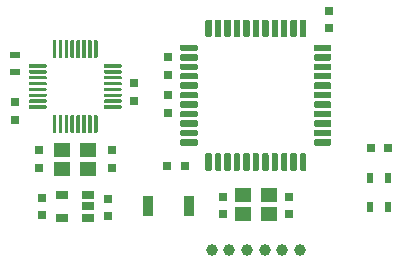
<source format=gbr>
G04 #@! TF.GenerationSoftware,KiCad,Pcbnew,(5.1.4)-1*
G04 #@! TF.CreationDate,2020-06-06T20:18:40+01:00*
G04 #@! TF.ProjectId,RF_R1_USB2USB_SPIPin_v1,52465f52-315f-4555-9342-325553425f53,rev?*
G04 #@! TF.SameCoordinates,Original*
G04 #@! TF.FileFunction,Paste,Top*
G04 #@! TF.FilePolarity,Positive*
%FSLAX46Y46*%
G04 Gerber Fmt 4.6, Leading zero omitted, Abs format (unit mm)*
G04 Created by KiCad (PCBNEW (5.1.4)-1) date 2020-06-06 20:18:40*
%MOMM*%
%LPD*%
G04 APERTURE LIST*
%ADD10C,1.000000*%
%ADD11R,0.900000X1.700000*%
%ADD12C,0.100000*%
%ADD13C,0.550000*%
%ADD14C,0.300000*%
%ADD15R,1.060000X0.650000*%
%ADD16R,1.400000X1.200000*%
%ADD17R,0.750000X0.800000*%
%ADD18R,0.800000X0.750000*%
%ADD19R,0.500000X0.900000*%
%ADD20R,0.900000X0.500000*%
G04 APERTURE END LIST*
D10*
X118850000Y-74400000D03*
X120350000Y-74400000D03*
X121850000Y-74400000D03*
X117350000Y-74400000D03*
X115850000Y-74400000D03*
X114350000Y-74400000D03*
D11*
X112400000Y-70700000D03*
X109000000Y-70700000D03*
D12*
G36*
X113050977Y-57025662D02*
G01*
X113064325Y-57027642D01*
X113077414Y-57030921D01*
X113090119Y-57035467D01*
X113102317Y-57041236D01*
X113113891Y-57048173D01*
X113124729Y-57056211D01*
X113134727Y-57065273D01*
X113143789Y-57075271D01*
X113151827Y-57086109D01*
X113158764Y-57097683D01*
X113164533Y-57109881D01*
X113169079Y-57122586D01*
X113172358Y-57135675D01*
X113174338Y-57149023D01*
X113175000Y-57162500D01*
X113175000Y-57437500D01*
X113174338Y-57450977D01*
X113172358Y-57464325D01*
X113169079Y-57477414D01*
X113164533Y-57490119D01*
X113158764Y-57502317D01*
X113151827Y-57513891D01*
X113143789Y-57524729D01*
X113134727Y-57534727D01*
X113124729Y-57543789D01*
X113113891Y-57551827D01*
X113102317Y-57558764D01*
X113090119Y-57564533D01*
X113077414Y-57569079D01*
X113064325Y-57572358D01*
X113050977Y-57574338D01*
X113037500Y-57575000D01*
X111837500Y-57575000D01*
X111824023Y-57574338D01*
X111810675Y-57572358D01*
X111797586Y-57569079D01*
X111784881Y-57564533D01*
X111772683Y-57558764D01*
X111761109Y-57551827D01*
X111750271Y-57543789D01*
X111740273Y-57534727D01*
X111731211Y-57524729D01*
X111723173Y-57513891D01*
X111716236Y-57502317D01*
X111710467Y-57490119D01*
X111705921Y-57477414D01*
X111702642Y-57464325D01*
X111700662Y-57450977D01*
X111700000Y-57437500D01*
X111700000Y-57162500D01*
X111700662Y-57149023D01*
X111702642Y-57135675D01*
X111705921Y-57122586D01*
X111710467Y-57109881D01*
X111716236Y-57097683D01*
X111723173Y-57086109D01*
X111731211Y-57075271D01*
X111740273Y-57065273D01*
X111750271Y-57056211D01*
X111761109Y-57048173D01*
X111772683Y-57041236D01*
X111784881Y-57035467D01*
X111797586Y-57030921D01*
X111810675Y-57027642D01*
X111824023Y-57025662D01*
X111837500Y-57025000D01*
X113037500Y-57025000D01*
X113050977Y-57025662D01*
X113050977Y-57025662D01*
G37*
D13*
X112437500Y-57300000D03*
D12*
G36*
X113050977Y-57825662D02*
G01*
X113064325Y-57827642D01*
X113077414Y-57830921D01*
X113090119Y-57835467D01*
X113102317Y-57841236D01*
X113113891Y-57848173D01*
X113124729Y-57856211D01*
X113134727Y-57865273D01*
X113143789Y-57875271D01*
X113151827Y-57886109D01*
X113158764Y-57897683D01*
X113164533Y-57909881D01*
X113169079Y-57922586D01*
X113172358Y-57935675D01*
X113174338Y-57949023D01*
X113175000Y-57962500D01*
X113175000Y-58237500D01*
X113174338Y-58250977D01*
X113172358Y-58264325D01*
X113169079Y-58277414D01*
X113164533Y-58290119D01*
X113158764Y-58302317D01*
X113151827Y-58313891D01*
X113143789Y-58324729D01*
X113134727Y-58334727D01*
X113124729Y-58343789D01*
X113113891Y-58351827D01*
X113102317Y-58358764D01*
X113090119Y-58364533D01*
X113077414Y-58369079D01*
X113064325Y-58372358D01*
X113050977Y-58374338D01*
X113037500Y-58375000D01*
X111837500Y-58375000D01*
X111824023Y-58374338D01*
X111810675Y-58372358D01*
X111797586Y-58369079D01*
X111784881Y-58364533D01*
X111772683Y-58358764D01*
X111761109Y-58351827D01*
X111750271Y-58343789D01*
X111740273Y-58334727D01*
X111731211Y-58324729D01*
X111723173Y-58313891D01*
X111716236Y-58302317D01*
X111710467Y-58290119D01*
X111705921Y-58277414D01*
X111702642Y-58264325D01*
X111700662Y-58250977D01*
X111700000Y-58237500D01*
X111700000Y-57962500D01*
X111700662Y-57949023D01*
X111702642Y-57935675D01*
X111705921Y-57922586D01*
X111710467Y-57909881D01*
X111716236Y-57897683D01*
X111723173Y-57886109D01*
X111731211Y-57875271D01*
X111740273Y-57865273D01*
X111750271Y-57856211D01*
X111761109Y-57848173D01*
X111772683Y-57841236D01*
X111784881Y-57835467D01*
X111797586Y-57830921D01*
X111810675Y-57827642D01*
X111824023Y-57825662D01*
X111837500Y-57825000D01*
X113037500Y-57825000D01*
X113050977Y-57825662D01*
X113050977Y-57825662D01*
G37*
D13*
X112437500Y-58100000D03*
D12*
G36*
X113050977Y-58625662D02*
G01*
X113064325Y-58627642D01*
X113077414Y-58630921D01*
X113090119Y-58635467D01*
X113102317Y-58641236D01*
X113113891Y-58648173D01*
X113124729Y-58656211D01*
X113134727Y-58665273D01*
X113143789Y-58675271D01*
X113151827Y-58686109D01*
X113158764Y-58697683D01*
X113164533Y-58709881D01*
X113169079Y-58722586D01*
X113172358Y-58735675D01*
X113174338Y-58749023D01*
X113175000Y-58762500D01*
X113175000Y-59037500D01*
X113174338Y-59050977D01*
X113172358Y-59064325D01*
X113169079Y-59077414D01*
X113164533Y-59090119D01*
X113158764Y-59102317D01*
X113151827Y-59113891D01*
X113143789Y-59124729D01*
X113134727Y-59134727D01*
X113124729Y-59143789D01*
X113113891Y-59151827D01*
X113102317Y-59158764D01*
X113090119Y-59164533D01*
X113077414Y-59169079D01*
X113064325Y-59172358D01*
X113050977Y-59174338D01*
X113037500Y-59175000D01*
X111837500Y-59175000D01*
X111824023Y-59174338D01*
X111810675Y-59172358D01*
X111797586Y-59169079D01*
X111784881Y-59164533D01*
X111772683Y-59158764D01*
X111761109Y-59151827D01*
X111750271Y-59143789D01*
X111740273Y-59134727D01*
X111731211Y-59124729D01*
X111723173Y-59113891D01*
X111716236Y-59102317D01*
X111710467Y-59090119D01*
X111705921Y-59077414D01*
X111702642Y-59064325D01*
X111700662Y-59050977D01*
X111700000Y-59037500D01*
X111700000Y-58762500D01*
X111700662Y-58749023D01*
X111702642Y-58735675D01*
X111705921Y-58722586D01*
X111710467Y-58709881D01*
X111716236Y-58697683D01*
X111723173Y-58686109D01*
X111731211Y-58675271D01*
X111740273Y-58665273D01*
X111750271Y-58656211D01*
X111761109Y-58648173D01*
X111772683Y-58641236D01*
X111784881Y-58635467D01*
X111797586Y-58630921D01*
X111810675Y-58627642D01*
X111824023Y-58625662D01*
X111837500Y-58625000D01*
X113037500Y-58625000D01*
X113050977Y-58625662D01*
X113050977Y-58625662D01*
G37*
D13*
X112437500Y-58900000D03*
D12*
G36*
X113050977Y-59425662D02*
G01*
X113064325Y-59427642D01*
X113077414Y-59430921D01*
X113090119Y-59435467D01*
X113102317Y-59441236D01*
X113113891Y-59448173D01*
X113124729Y-59456211D01*
X113134727Y-59465273D01*
X113143789Y-59475271D01*
X113151827Y-59486109D01*
X113158764Y-59497683D01*
X113164533Y-59509881D01*
X113169079Y-59522586D01*
X113172358Y-59535675D01*
X113174338Y-59549023D01*
X113175000Y-59562500D01*
X113175000Y-59837500D01*
X113174338Y-59850977D01*
X113172358Y-59864325D01*
X113169079Y-59877414D01*
X113164533Y-59890119D01*
X113158764Y-59902317D01*
X113151827Y-59913891D01*
X113143789Y-59924729D01*
X113134727Y-59934727D01*
X113124729Y-59943789D01*
X113113891Y-59951827D01*
X113102317Y-59958764D01*
X113090119Y-59964533D01*
X113077414Y-59969079D01*
X113064325Y-59972358D01*
X113050977Y-59974338D01*
X113037500Y-59975000D01*
X111837500Y-59975000D01*
X111824023Y-59974338D01*
X111810675Y-59972358D01*
X111797586Y-59969079D01*
X111784881Y-59964533D01*
X111772683Y-59958764D01*
X111761109Y-59951827D01*
X111750271Y-59943789D01*
X111740273Y-59934727D01*
X111731211Y-59924729D01*
X111723173Y-59913891D01*
X111716236Y-59902317D01*
X111710467Y-59890119D01*
X111705921Y-59877414D01*
X111702642Y-59864325D01*
X111700662Y-59850977D01*
X111700000Y-59837500D01*
X111700000Y-59562500D01*
X111700662Y-59549023D01*
X111702642Y-59535675D01*
X111705921Y-59522586D01*
X111710467Y-59509881D01*
X111716236Y-59497683D01*
X111723173Y-59486109D01*
X111731211Y-59475271D01*
X111740273Y-59465273D01*
X111750271Y-59456211D01*
X111761109Y-59448173D01*
X111772683Y-59441236D01*
X111784881Y-59435467D01*
X111797586Y-59430921D01*
X111810675Y-59427642D01*
X111824023Y-59425662D01*
X111837500Y-59425000D01*
X113037500Y-59425000D01*
X113050977Y-59425662D01*
X113050977Y-59425662D01*
G37*
D13*
X112437500Y-59700000D03*
D12*
G36*
X113050977Y-60225662D02*
G01*
X113064325Y-60227642D01*
X113077414Y-60230921D01*
X113090119Y-60235467D01*
X113102317Y-60241236D01*
X113113891Y-60248173D01*
X113124729Y-60256211D01*
X113134727Y-60265273D01*
X113143789Y-60275271D01*
X113151827Y-60286109D01*
X113158764Y-60297683D01*
X113164533Y-60309881D01*
X113169079Y-60322586D01*
X113172358Y-60335675D01*
X113174338Y-60349023D01*
X113175000Y-60362500D01*
X113175000Y-60637500D01*
X113174338Y-60650977D01*
X113172358Y-60664325D01*
X113169079Y-60677414D01*
X113164533Y-60690119D01*
X113158764Y-60702317D01*
X113151827Y-60713891D01*
X113143789Y-60724729D01*
X113134727Y-60734727D01*
X113124729Y-60743789D01*
X113113891Y-60751827D01*
X113102317Y-60758764D01*
X113090119Y-60764533D01*
X113077414Y-60769079D01*
X113064325Y-60772358D01*
X113050977Y-60774338D01*
X113037500Y-60775000D01*
X111837500Y-60775000D01*
X111824023Y-60774338D01*
X111810675Y-60772358D01*
X111797586Y-60769079D01*
X111784881Y-60764533D01*
X111772683Y-60758764D01*
X111761109Y-60751827D01*
X111750271Y-60743789D01*
X111740273Y-60734727D01*
X111731211Y-60724729D01*
X111723173Y-60713891D01*
X111716236Y-60702317D01*
X111710467Y-60690119D01*
X111705921Y-60677414D01*
X111702642Y-60664325D01*
X111700662Y-60650977D01*
X111700000Y-60637500D01*
X111700000Y-60362500D01*
X111700662Y-60349023D01*
X111702642Y-60335675D01*
X111705921Y-60322586D01*
X111710467Y-60309881D01*
X111716236Y-60297683D01*
X111723173Y-60286109D01*
X111731211Y-60275271D01*
X111740273Y-60265273D01*
X111750271Y-60256211D01*
X111761109Y-60248173D01*
X111772683Y-60241236D01*
X111784881Y-60235467D01*
X111797586Y-60230921D01*
X111810675Y-60227642D01*
X111824023Y-60225662D01*
X111837500Y-60225000D01*
X113037500Y-60225000D01*
X113050977Y-60225662D01*
X113050977Y-60225662D01*
G37*
D13*
X112437500Y-60500000D03*
D12*
G36*
X113050977Y-61025662D02*
G01*
X113064325Y-61027642D01*
X113077414Y-61030921D01*
X113090119Y-61035467D01*
X113102317Y-61041236D01*
X113113891Y-61048173D01*
X113124729Y-61056211D01*
X113134727Y-61065273D01*
X113143789Y-61075271D01*
X113151827Y-61086109D01*
X113158764Y-61097683D01*
X113164533Y-61109881D01*
X113169079Y-61122586D01*
X113172358Y-61135675D01*
X113174338Y-61149023D01*
X113175000Y-61162500D01*
X113175000Y-61437500D01*
X113174338Y-61450977D01*
X113172358Y-61464325D01*
X113169079Y-61477414D01*
X113164533Y-61490119D01*
X113158764Y-61502317D01*
X113151827Y-61513891D01*
X113143789Y-61524729D01*
X113134727Y-61534727D01*
X113124729Y-61543789D01*
X113113891Y-61551827D01*
X113102317Y-61558764D01*
X113090119Y-61564533D01*
X113077414Y-61569079D01*
X113064325Y-61572358D01*
X113050977Y-61574338D01*
X113037500Y-61575000D01*
X111837500Y-61575000D01*
X111824023Y-61574338D01*
X111810675Y-61572358D01*
X111797586Y-61569079D01*
X111784881Y-61564533D01*
X111772683Y-61558764D01*
X111761109Y-61551827D01*
X111750271Y-61543789D01*
X111740273Y-61534727D01*
X111731211Y-61524729D01*
X111723173Y-61513891D01*
X111716236Y-61502317D01*
X111710467Y-61490119D01*
X111705921Y-61477414D01*
X111702642Y-61464325D01*
X111700662Y-61450977D01*
X111700000Y-61437500D01*
X111700000Y-61162500D01*
X111700662Y-61149023D01*
X111702642Y-61135675D01*
X111705921Y-61122586D01*
X111710467Y-61109881D01*
X111716236Y-61097683D01*
X111723173Y-61086109D01*
X111731211Y-61075271D01*
X111740273Y-61065273D01*
X111750271Y-61056211D01*
X111761109Y-61048173D01*
X111772683Y-61041236D01*
X111784881Y-61035467D01*
X111797586Y-61030921D01*
X111810675Y-61027642D01*
X111824023Y-61025662D01*
X111837500Y-61025000D01*
X113037500Y-61025000D01*
X113050977Y-61025662D01*
X113050977Y-61025662D01*
G37*
D13*
X112437500Y-61300000D03*
D12*
G36*
X113050977Y-61825662D02*
G01*
X113064325Y-61827642D01*
X113077414Y-61830921D01*
X113090119Y-61835467D01*
X113102317Y-61841236D01*
X113113891Y-61848173D01*
X113124729Y-61856211D01*
X113134727Y-61865273D01*
X113143789Y-61875271D01*
X113151827Y-61886109D01*
X113158764Y-61897683D01*
X113164533Y-61909881D01*
X113169079Y-61922586D01*
X113172358Y-61935675D01*
X113174338Y-61949023D01*
X113175000Y-61962500D01*
X113175000Y-62237500D01*
X113174338Y-62250977D01*
X113172358Y-62264325D01*
X113169079Y-62277414D01*
X113164533Y-62290119D01*
X113158764Y-62302317D01*
X113151827Y-62313891D01*
X113143789Y-62324729D01*
X113134727Y-62334727D01*
X113124729Y-62343789D01*
X113113891Y-62351827D01*
X113102317Y-62358764D01*
X113090119Y-62364533D01*
X113077414Y-62369079D01*
X113064325Y-62372358D01*
X113050977Y-62374338D01*
X113037500Y-62375000D01*
X111837500Y-62375000D01*
X111824023Y-62374338D01*
X111810675Y-62372358D01*
X111797586Y-62369079D01*
X111784881Y-62364533D01*
X111772683Y-62358764D01*
X111761109Y-62351827D01*
X111750271Y-62343789D01*
X111740273Y-62334727D01*
X111731211Y-62324729D01*
X111723173Y-62313891D01*
X111716236Y-62302317D01*
X111710467Y-62290119D01*
X111705921Y-62277414D01*
X111702642Y-62264325D01*
X111700662Y-62250977D01*
X111700000Y-62237500D01*
X111700000Y-61962500D01*
X111700662Y-61949023D01*
X111702642Y-61935675D01*
X111705921Y-61922586D01*
X111710467Y-61909881D01*
X111716236Y-61897683D01*
X111723173Y-61886109D01*
X111731211Y-61875271D01*
X111740273Y-61865273D01*
X111750271Y-61856211D01*
X111761109Y-61848173D01*
X111772683Y-61841236D01*
X111784881Y-61835467D01*
X111797586Y-61830921D01*
X111810675Y-61827642D01*
X111824023Y-61825662D01*
X111837500Y-61825000D01*
X113037500Y-61825000D01*
X113050977Y-61825662D01*
X113050977Y-61825662D01*
G37*
D13*
X112437500Y-62100000D03*
D12*
G36*
X113050977Y-62625662D02*
G01*
X113064325Y-62627642D01*
X113077414Y-62630921D01*
X113090119Y-62635467D01*
X113102317Y-62641236D01*
X113113891Y-62648173D01*
X113124729Y-62656211D01*
X113134727Y-62665273D01*
X113143789Y-62675271D01*
X113151827Y-62686109D01*
X113158764Y-62697683D01*
X113164533Y-62709881D01*
X113169079Y-62722586D01*
X113172358Y-62735675D01*
X113174338Y-62749023D01*
X113175000Y-62762500D01*
X113175000Y-63037500D01*
X113174338Y-63050977D01*
X113172358Y-63064325D01*
X113169079Y-63077414D01*
X113164533Y-63090119D01*
X113158764Y-63102317D01*
X113151827Y-63113891D01*
X113143789Y-63124729D01*
X113134727Y-63134727D01*
X113124729Y-63143789D01*
X113113891Y-63151827D01*
X113102317Y-63158764D01*
X113090119Y-63164533D01*
X113077414Y-63169079D01*
X113064325Y-63172358D01*
X113050977Y-63174338D01*
X113037500Y-63175000D01*
X111837500Y-63175000D01*
X111824023Y-63174338D01*
X111810675Y-63172358D01*
X111797586Y-63169079D01*
X111784881Y-63164533D01*
X111772683Y-63158764D01*
X111761109Y-63151827D01*
X111750271Y-63143789D01*
X111740273Y-63134727D01*
X111731211Y-63124729D01*
X111723173Y-63113891D01*
X111716236Y-63102317D01*
X111710467Y-63090119D01*
X111705921Y-63077414D01*
X111702642Y-63064325D01*
X111700662Y-63050977D01*
X111700000Y-63037500D01*
X111700000Y-62762500D01*
X111700662Y-62749023D01*
X111702642Y-62735675D01*
X111705921Y-62722586D01*
X111710467Y-62709881D01*
X111716236Y-62697683D01*
X111723173Y-62686109D01*
X111731211Y-62675271D01*
X111740273Y-62665273D01*
X111750271Y-62656211D01*
X111761109Y-62648173D01*
X111772683Y-62641236D01*
X111784881Y-62635467D01*
X111797586Y-62630921D01*
X111810675Y-62627642D01*
X111824023Y-62625662D01*
X111837500Y-62625000D01*
X113037500Y-62625000D01*
X113050977Y-62625662D01*
X113050977Y-62625662D01*
G37*
D13*
X112437500Y-62900000D03*
D12*
G36*
X113050977Y-63425662D02*
G01*
X113064325Y-63427642D01*
X113077414Y-63430921D01*
X113090119Y-63435467D01*
X113102317Y-63441236D01*
X113113891Y-63448173D01*
X113124729Y-63456211D01*
X113134727Y-63465273D01*
X113143789Y-63475271D01*
X113151827Y-63486109D01*
X113158764Y-63497683D01*
X113164533Y-63509881D01*
X113169079Y-63522586D01*
X113172358Y-63535675D01*
X113174338Y-63549023D01*
X113175000Y-63562500D01*
X113175000Y-63837500D01*
X113174338Y-63850977D01*
X113172358Y-63864325D01*
X113169079Y-63877414D01*
X113164533Y-63890119D01*
X113158764Y-63902317D01*
X113151827Y-63913891D01*
X113143789Y-63924729D01*
X113134727Y-63934727D01*
X113124729Y-63943789D01*
X113113891Y-63951827D01*
X113102317Y-63958764D01*
X113090119Y-63964533D01*
X113077414Y-63969079D01*
X113064325Y-63972358D01*
X113050977Y-63974338D01*
X113037500Y-63975000D01*
X111837500Y-63975000D01*
X111824023Y-63974338D01*
X111810675Y-63972358D01*
X111797586Y-63969079D01*
X111784881Y-63964533D01*
X111772683Y-63958764D01*
X111761109Y-63951827D01*
X111750271Y-63943789D01*
X111740273Y-63934727D01*
X111731211Y-63924729D01*
X111723173Y-63913891D01*
X111716236Y-63902317D01*
X111710467Y-63890119D01*
X111705921Y-63877414D01*
X111702642Y-63864325D01*
X111700662Y-63850977D01*
X111700000Y-63837500D01*
X111700000Y-63562500D01*
X111700662Y-63549023D01*
X111702642Y-63535675D01*
X111705921Y-63522586D01*
X111710467Y-63509881D01*
X111716236Y-63497683D01*
X111723173Y-63486109D01*
X111731211Y-63475271D01*
X111740273Y-63465273D01*
X111750271Y-63456211D01*
X111761109Y-63448173D01*
X111772683Y-63441236D01*
X111784881Y-63435467D01*
X111797586Y-63430921D01*
X111810675Y-63427642D01*
X111824023Y-63425662D01*
X111837500Y-63425000D01*
X113037500Y-63425000D01*
X113050977Y-63425662D01*
X113050977Y-63425662D01*
G37*
D13*
X112437500Y-63700000D03*
D12*
G36*
X113050977Y-64225662D02*
G01*
X113064325Y-64227642D01*
X113077414Y-64230921D01*
X113090119Y-64235467D01*
X113102317Y-64241236D01*
X113113891Y-64248173D01*
X113124729Y-64256211D01*
X113134727Y-64265273D01*
X113143789Y-64275271D01*
X113151827Y-64286109D01*
X113158764Y-64297683D01*
X113164533Y-64309881D01*
X113169079Y-64322586D01*
X113172358Y-64335675D01*
X113174338Y-64349023D01*
X113175000Y-64362500D01*
X113175000Y-64637500D01*
X113174338Y-64650977D01*
X113172358Y-64664325D01*
X113169079Y-64677414D01*
X113164533Y-64690119D01*
X113158764Y-64702317D01*
X113151827Y-64713891D01*
X113143789Y-64724729D01*
X113134727Y-64734727D01*
X113124729Y-64743789D01*
X113113891Y-64751827D01*
X113102317Y-64758764D01*
X113090119Y-64764533D01*
X113077414Y-64769079D01*
X113064325Y-64772358D01*
X113050977Y-64774338D01*
X113037500Y-64775000D01*
X111837500Y-64775000D01*
X111824023Y-64774338D01*
X111810675Y-64772358D01*
X111797586Y-64769079D01*
X111784881Y-64764533D01*
X111772683Y-64758764D01*
X111761109Y-64751827D01*
X111750271Y-64743789D01*
X111740273Y-64734727D01*
X111731211Y-64724729D01*
X111723173Y-64713891D01*
X111716236Y-64702317D01*
X111710467Y-64690119D01*
X111705921Y-64677414D01*
X111702642Y-64664325D01*
X111700662Y-64650977D01*
X111700000Y-64637500D01*
X111700000Y-64362500D01*
X111700662Y-64349023D01*
X111702642Y-64335675D01*
X111705921Y-64322586D01*
X111710467Y-64309881D01*
X111716236Y-64297683D01*
X111723173Y-64286109D01*
X111731211Y-64275271D01*
X111740273Y-64265273D01*
X111750271Y-64256211D01*
X111761109Y-64248173D01*
X111772683Y-64241236D01*
X111784881Y-64235467D01*
X111797586Y-64230921D01*
X111810675Y-64227642D01*
X111824023Y-64225662D01*
X111837500Y-64225000D01*
X113037500Y-64225000D01*
X113050977Y-64225662D01*
X113050977Y-64225662D01*
G37*
D13*
X112437500Y-64500000D03*
D12*
G36*
X113050977Y-65025662D02*
G01*
X113064325Y-65027642D01*
X113077414Y-65030921D01*
X113090119Y-65035467D01*
X113102317Y-65041236D01*
X113113891Y-65048173D01*
X113124729Y-65056211D01*
X113134727Y-65065273D01*
X113143789Y-65075271D01*
X113151827Y-65086109D01*
X113158764Y-65097683D01*
X113164533Y-65109881D01*
X113169079Y-65122586D01*
X113172358Y-65135675D01*
X113174338Y-65149023D01*
X113175000Y-65162500D01*
X113175000Y-65437500D01*
X113174338Y-65450977D01*
X113172358Y-65464325D01*
X113169079Y-65477414D01*
X113164533Y-65490119D01*
X113158764Y-65502317D01*
X113151827Y-65513891D01*
X113143789Y-65524729D01*
X113134727Y-65534727D01*
X113124729Y-65543789D01*
X113113891Y-65551827D01*
X113102317Y-65558764D01*
X113090119Y-65564533D01*
X113077414Y-65569079D01*
X113064325Y-65572358D01*
X113050977Y-65574338D01*
X113037500Y-65575000D01*
X111837500Y-65575000D01*
X111824023Y-65574338D01*
X111810675Y-65572358D01*
X111797586Y-65569079D01*
X111784881Y-65564533D01*
X111772683Y-65558764D01*
X111761109Y-65551827D01*
X111750271Y-65543789D01*
X111740273Y-65534727D01*
X111731211Y-65524729D01*
X111723173Y-65513891D01*
X111716236Y-65502317D01*
X111710467Y-65490119D01*
X111705921Y-65477414D01*
X111702642Y-65464325D01*
X111700662Y-65450977D01*
X111700000Y-65437500D01*
X111700000Y-65162500D01*
X111700662Y-65149023D01*
X111702642Y-65135675D01*
X111705921Y-65122586D01*
X111710467Y-65109881D01*
X111716236Y-65097683D01*
X111723173Y-65086109D01*
X111731211Y-65075271D01*
X111740273Y-65065273D01*
X111750271Y-65056211D01*
X111761109Y-65048173D01*
X111772683Y-65041236D01*
X111784881Y-65035467D01*
X111797586Y-65030921D01*
X111810675Y-65027642D01*
X111824023Y-65025662D01*
X111837500Y-65025000D01*
X113037500Y-65025000D01*
X113050977Y-65025662D01*
X113050977Y-65025662D01*
G37*
D13*
X112437500Y-65300000D03*
D12*
G36*
X114250977Y-66225662D02*
G01*
X114264325Y-66227642D01*
X114277414Y-66230921D01*
X114290119Y-66235467D01*
X114302317Y-66241236D01*
X114313891Y-66248173D01*
X114324729Y-66256211D01*
X114334727Y-66265273D01*
X114343789Y-66275271D01*
X114351827Y-66286109D01*
X114358764Y-66297683D01*
X114364533Y-66309881D01*
X114369079Y-66322586D01*
X114372358Y-66335675D01*
X114374338Y-66349023D01*
X114375000Y-66362500D01*
X114375000Y-67562500D01*
X114374338Y-67575977D01*
X114372358Y-67589325D01*
X114369079Y-67602414D01*
X114364533Y-67615119D01*
X114358764Y-67627317D01*
X114351827Y-67638891D01*
X114343789Y-67649729D01*
X114334727Y-67659727D01*
X114324729Y-67668789D01*
X114313891Y-67676827D01*
X114302317Y-67683764D01*
X114290119Y-67689533D01*
X114277414Y-67694079D01*
X114264325Y-67697358D01*
X114250977Y-67699338D01*
X114237500Y-67700000D01*
X113962500Y-67700000D01*
X113949023Y-67699338D01*
X113935675Y-67697358D01*
X113922586Y-67694079D01*
X113909881Y-67689533D01*
X113897683Y-67683764D01*
X113886109Y-67676827D01*
X113875271Y-67668789D01*
X113865273Y-67659727D01*
X113856211Y-67649729D01*
X113848173Y-67638891D01*
X113841236Y-67627317D01*
X113835467Y-67615119D01*
X113830921Y-67602414D01*
X113827642Y-67589325D01*
X113825662Y-67575977D01*
X113825000Y-67562500D01*
X113825000Y-66362500D01*
X113825662Y-66349023D01*
X113827642Y-66335675D01*
X113830921Y-66322586D01*
X113835467Y-66309881D01*
X113841236Y-66297683D01*
X113848173Y-66286109D01*
X113856211Y-66275271D01*
X113865273Y-66265273D01*
X113875271Y-66256211D01*
X113886109Y-66248173D01*
X113897683Y-66241236D01*
X113909881Y-66235467D01*
X113922586Y-66230921D01*
X113935675Y-66227642D01*
X113949023Y-66225662D01*
X113962500Y-66225000D01*
X114237500Y-66225000D01*
X114250977Y-66225662D01*
X114250977Y-66225662D01*
G37*
D13*
X114100000Y-66962500D03*
D12*
G36*
X115050977Y-66225662D02*
G01*
X115064325Y-66227642D01*
X115077414Y-66230921D01*
X115090119Y-66235467D01*
X115102317Y-66241236D01*
X115113891Y-66248173D01*
X115124729Y-66256211D01*
X115134727Y-66265273D01*
X115143789Y-66275271D01*
X115151827Y-66286109D01*
X115158764Y-66297683D01*
X115164533Y-66309881D01*
X115169079Y-66322586D01*
X115172358Y-66335675D01*
X115174338Y-66349023D01*
X115175000Y-66362500D01*
X115175000Y-67562500D01*
X115174338Y-67575977D01*
X115172358Y-67589325D01*
X115169079Y-67602414D01*
X115164533Y-67615119D01*
X115158764Y-67627317D01*
X115151827Y-67638891D01*
X115143789Y-67649729D01*
X115134727Y-67659727D01*
X115124729Y-67668789D01*
X115113891Y-67676827D01*
X115102317Y-67683764D01*
X115090119Y-67689533D01*
X115077414Y-67694079D01*
X115064325Y-67697358D01*
X115050977Y-67699338D01*
X115037500Y-67700000D01*
X114762500Y-67700000D01*
X114749023Y-67699338D01*
X114735675Y-67697358D01*
X114722586Y-67694079D01*
X114709881Y-67689533D01*
X114697683Y-67683764D01*
X114686109Y-67676827D01*
X114675271Y-67668789D01*
X114665273Y-67659727D01*
X114656211Y-67649729D01*
X114648173Y-67638891D01*
X114641236Y-67627317D01*
X114635467Y-67615119D01*
X114630921Y-67602414D01*
X114627642Y-67589325D01*
X114625662Y-67575977D01*
X114625000Y-67562500D01*
X114625000Y-66362500D01*
X114625662Y-66349023D01*
X114627642Y-66335675D01*
X114630921Y-66322586D01*
X114635467Y-66309881D01*
X114641236Y-66297683D01*
X114648173Y-66286109D01*
X114656211Y-66275271D01*
X114665273Y-66265273D01*
X114675271Y-66256211D01*
X114686109Y-66248173D01*
X114697683Y-66241236D01*
X114709881Y-66235467D01*
X114722586Y-66230921D01*
X114735675Y-66227642D01*
X114749023Y-66225662D01*
X114762500Y-66225000D01*
X115037500Y-66225000D01*
X115050977Y-66225662D01*
X115050977Y-66225662D01*
G37*
D13*
X114900000Y-66962500D03*
D12*
G36*
X115850977Y-66225662D02*
G01*
X115864325Y-66227642D01*
X115877414Y-66230921D01*
X115890119Y-66235467D01*
X115902317Y-66241236D01*
X115913891Y-66248173D01*
X115924729Y-66256211D01*
X115934727Y-66265273D01*
X115943789Y-66275271D01*
X115951827Y-66286109D01*
X115958764Y-66297683D01*
X115964533Y-66309881D01*
X115969079Y-66322586D01*
X115972358Y-66335675D01*
X115974338Y-66349023D01*
X115975000Y-66362500D01*
X115975000Y-67562500D01*
X115974338Y-67575977D01*
X115972358Y-67589325D01*
X115969079Y-67602414D01*
X115964533Y-67615119D01*
X115958764Y-67627317D01*
X115951827Y-67638891D01*
X115943789Y-67649729D01*
X115934727Y-67659727D01*
X115924729Y-67668789D01*
X115913891Y-67676827D01*
X115902317Y-67683764D01*
X115890119Y-67689533D01*
X115877414Y-67694079D01*
X115864325Y-67697358D01*
X115850977Y-67699338D01*
X115837500Y-67700000D01*
X115562500Y-67700000D01*
X115549023Y-67699338D01*
X115535675Y-67697358D01*
X115522586Y-67694079D01*
X115509881Y-67689533D01*
X115497683Y-67683764D01*
X115486109Y-67676827D01*
X115475271Y-67668789D01*
X115465273Y-67659727D01*
X115456211Y-67649729D01*
X115448173Y-67638891D01*
X115441236Y-67627317D01*
X115435467Y-67615119D01*
X115430921Y-67602414D01*
X115427642Y-67589325D01*
X115425662Y-67575977D01*
X115425000Y-67562500D01*
X115425000Y-66362500D01*
X115425662Y-66349023D01*
X115427642Y-66335675D01*
X115430921Y-66322586D01*
X115435467Y-66309881D01*
X115441236Y-66297683D01*
X115448173Y-66286109D01*
X115456211Y-66275271D01*
X115465273Y-66265273D01*
X115475271Y-66256211D01*
X115486109Y-66248173D01*
X115497683Y-66241236D01*
X115509881Y-66235467D01*
X115522586Y-66230921D01*
X115535675Y-66227642D01*
X115549023Y-66225662D01*
X115562500Y-66225000D01*
X115837500Y-66225000D01*
X115850977Y-66225662D01*
X115850977Y-66225662D01*
G37*
D13*
X115700000Y-66962500D03*
D12*
G36*
X116650977Y-66225662D02*
G01*
X116664325Y-66227642D01*
X116677414Y-66230921D01*
X116690119Y-66235467D01*
X116702317Y-66241236D01*
X116713891Y-66248173D01*
X116724729Y-66256211D01*
X116734727Y-66265273D01*
X116743789Y-66275271D01*
X116751827Y-66286109D01*
X116758764Y-66297683D01*
X116764533Y-66309881D01*
X116769079Y-66322586D01*
X116772358Y-66335675D01*
X116774338Y-66349023D01*
X116775000Y-66362500D01*
X116775000Y-67562500D01*
X116774338Y-67575977D01*
X116772358Y-67589325D01*
X116769079Y-67602414D01*
X116764533Y-67615119D01*
X116758764Y-67627317D01*
X116751827Y-67638891D01*
X116743789Y-67649729D01*
X116734727Y-67659727D01*
X116724729Y-67668789D01*
X116713891Y-67676827D01*
X116702317Y-67683764D01*
X116690119Y-67689533D01*
X116677414Y-67694079D01*
X116664325Y-67697358D01*
X116650977Y-67699338D01*
X116637500Y-67700000D01*
X116362500Y-67700000D01*
X116349023Y-67699338D01*
X116335675Y-67697358D01*
X116322586Y-67694079D01*
X116309881Y-67689533D01*
X116297683Y-67683764D01*
X116286109Y-67676827D01*
X116275271Y-67668789D01*
X116265273Y-67659727D01*
X116256211Y-67649729D01*
X116248173Y-67638891D01*
X116241236Y-67627317D01*
X116235467Y-67615119D01*
X116230921Y-67602414D01*
X116227642Y-67589325D01*
X116225662Y-67575977D01*
X116225000Y-67562500D01*
X116225000Y-66362500D01*
X116225662Y-66349023D01*
X116227642Y-66335675D01*
X116230921Y-66322586D01*
X116235467Y-66309881D01*
X116241236Y-66297683D01*
X116248173Y-66286109D01*
X116256211Y-66275271D01*
X116265273Y-66265273D01*
X116275271Y-66256211D01*
X116286109Y-66248173D01*
X116297683Y-66241236D01*
X116309881Y-66235467D01*
X116322586Y-66230921D01*
X116335675Y-66227642D01*
X116349023Y-66225662D01*
X116362500Y-66225000D01*
X116637500Y-66225000D01*
X116650977Y-66225662D01*
X116650977Y-66225662D01*
G37*
D13*
X116500000Y-66962500D03*
D12*
G36*
X117450977Y-66225662D02*
G01*
X117464325Y-66227642D01*
X117477414Y-66230921D01*
X117490119Y-66235467D01*
X117502317Y-66241236D01*
X117513891Y-66248173D01*
X117524729Y-66256211D01*
X117534727Y-66265273D01*
X117543789Y-66275271D01*
X117551827Y-66286109D01*
X117558764Y-66297683D01*
X117564533Y-66309881D01*
X117569079Y-66322586D01*
X117572358Y-66335675D01*
X117574338Y-66349023D01*
X117575000Y-66362500D01*
X117575000Y-67562500D01*
X117574338Y-67575977D01*
X117572358Y-67589325D01*
X117569079Y-67602414D01*
X117564533Y-67615119D01*
X117558764Y-67627317D01*
X117551827Y-67638891D01*
X117543789Y-67649729D01*
X117534727Y-67659727D01*
X117524729Y-67668789D01*
X117513891Y-67676827D01*
X117502317Y-67683764D01*
X117490119Y-67689533D01*
X117477414Y-67694079D01*
X117464325Y-67697358D01*
X117450977Y-67699338D01*
X117437500Y-67700000D01*
X117162500Y-67700000D01*
X117149023Y-67699338D01*
X117135675Y-67697358D01*
X117122586Y-67694079D01*
X117109881Y-67689533D01*
X117097683Y-67683764D01*
X117086109Y-67676827D01*
X117075271Y-67668789D01*
X117065273Y-67659727D01*
X117056211Y-67649729D01*
X117048173Y-67638891D01*
X117041236Y-67627317D01*
X117035467Y-67615119D01*
X117030921Y-67602414D01*
X117027642Y-67589325D01*
X117025662Y-67575977D01*
X117025000Y-67562500D01*
X117025000Y-66362500D01*
X117025662Y-66349023D01*
X117027642Y-66335675D01*
X117030921Y-66322586D01*
X117035467Y-66309881D01*
X117041236Y-66297683D01*
X117048173Y-66286109D01*
X117056211Y-66275271D01*
X117065273Y-66265273D01*
X117075271Y-66256211D01*
X117086109Y-66248173D01*
X117097683Y-66241236D01*
X117109881Y-66235467D01*
X117122586Y-66230921D01*
X117135675Y-66227642D01*
X117149023Y-66225662D01*
X117162500Y-66225000D01*
X117437500Y-66225000D01*
X117450977Y-66225662D01*
X117450977Y-66225662D01*
G37*
D13*
X117300000Y-66962500D03*
D12*
G36*
X118250977Y-66225662D02*
G01*
X118264325Y-66227642D01*
X118277414Y-66230921D01*
X118290119Y-66235467D01*
X118302317Y-66241236D01*
X118313891Y-66248173D01*
X118324729Y-66256211D01*
X118334727Y-66265273D01*
X118343789Y-66275271D01*
X118351827Y-66286109D01*
X118358764Y-66297683D01*
X118364533Y-66309881D01*
X118369079Y-66322586D01*
X118372358Y-66335675D01*
X118374338Y-66349023D01*
X118375000Y-66362500D01*
X118375000Y-67562500D01*
X118374338Y-67575977D01*
X118372358Y-67589325D01*
X118369079Y-67602414D01*
X118364533Y-67615119D01*
X118358764Y-67627317D01*
X118351827Y-67638891D01*
X118343789Y-67649729D01*
X118334727Y-67659727D01*
X118324729Y-67668789D01*
X118313891Y-67676827D01*
X118302317Y-67683764D01*
X118290119Y-67689533D01*
X118277414Y-67694079D01*
X118264325Y-67697358D01*
X118250977Y-67699338D01*
X118237500Y-67700000D01*
X117962500Y-67700000D01*
X117949023Y-67699338D01*
X117935675Y-67697358D01*
X117922586Y-67694079D01*
X117909881Y-67689533D01*
X117897683Y-67683764D01*
X117886109Y-67676827D01*
X117875271Y-67668789D01*
X117865273Y-67659727D01*
X117856211Y-67649729D01*
X117848173Y-67638891D01*
X117841236Y-67627317D01*
X117835467Y-67615119D01*
X117830921Y-67602414D01*
X117827642Y-67589325D01*
X117825662Y-67575977D01*
X117825000Y-67562500D01*
X117825000Y-66362500D01*
X117825662Y-66349023D01*
X117827642Y-66335675D01*
X117830921Y-66322586D01*
X117835467Y-66309881D01*
X117841236Y-66297683D01*
X117848173Y-66286109D01*
X117856211Y-66275271D01*
X117865273Y-66265273D01*
X117875271Y-66256211D01*
X117886109Y-66248173D01*
X117897683Y-66241236D01*
X117909881Y-66235467D01*
X117922586Y-66230921D01*
X117935675Y-66227642D01*
X117949023Y-66225662D01*
X117962500Y-66225000D01*
X118237500Y-66225000D01*
X118250977Y-66225662D01*
X118250977Y-66225662D01*
G37*
D13*
X118100000Y-66962500D03*
D12*
G36*
X119050977Y-66225662D02*
G01*
X119064325Y-66227642D01*
X119077414Y-66230921D01*
X119090119Y-66235467D01*
X119102317Y-66241236D01*
X119113891Y-66248173D01*
X119124729Y-66256211D01*
X119134727Y-66265273D01*
X119143789Y-66275271D01*
X119151827Y-66286109D01*
X119158764Y-66297683D01*
X119164533Y-66309881D01*
X119169079Y-66322586D01*
X119172358Y-66335675D01*
X119174338Y-66349023D01*
X119175000Y-66362500D01*
X119175000Y-67562500D01*
X119174338Y-67575977D01*
X119172358Y-67589325D01*
X119169079Y-67602414D01*
X119164533Y-67615119D01*
X119158764Y-67627317D01*
X119151827Y-67638891D01*
X119143789Y-67649729D01*
X119134727Y-67659727D01*
X119124729Y-67668789D01*
X119113891Y-67676827D01*
X119102317Y-67683764D01*
X119090119Y-67689533D01*
X119077414Y-67694079D01*
X119064325Y-67697358D01*
X119050977Y-67699338D01*
X119037500Y-67700000D01*
X118762500Y-67700000D01*
X118749023Y-67699338D01*
X118735675Y-67697358D01*
X118722586Y-67694079D01*
X118709881Y-67689533D01*
X118697683Y-67683764D01*
X118686109Y-67676827D01*
X118675271Y-67668789D01*
X118665273Y-67659727D01*
X118656211Y-67649729D01*
X118648173Y-67638891D01*
X118641236Y-67627317D01*
X118635467Y-67615119D01*
X118630921Y-67602414D01*
X118627642Y-67589325D01*
X118625662Y-67575977D01*
X118625000Y-67562500D01*
X118625000Y-66362500D01*
X118625662Y-66349023D01*
X118627642Y-66335675D01*
X118630921Y-66322586D01*
X118635467Y-66309881D01*
X118641236Y-66297683D01*
X118648173Y-66286109D01*
X118656211Y-66275271D01*
X118665273Y-66265273D01*
X118675271Y-66256211D01*
X118686109Y-66248173D01*
X118697683Y-66241236D01*
X118709881Y-66235467D01*
X118722586Y-66230921D01*
X118735675Y-66227642D01*
X118749023Y-66225662D01*
X118762500Y-66225000D01*
X119037500Y-66225000D01*
X119050977Y-66225662D01*
X119050977Y-66225662D01*
G37*
D13*
X118900000Y-66962500D03*
D12*
G36*
X119850977Y-66225662D02*
G01*
X119864325Y-66227642D01*
X119877414Y-66230921D01*
X119890119Y-66235467D01*
X119902317Y-66241236D01*
X119913891Y-66248173D01*
X119924729Y-66256211D01*
X119934727Y-66265273D01*
X119943789Y-66275271D01*
X119951827Y-66286109D01*
X119958764Y-66297683D01*
X119964533Y-66309881D01*
X119969079Y-66322586D01*
X119972358Y-66335675D01*
X119974338Y-66349023D01*
X119975000Y-66362500D01*
X119975000Y-67562500D01*
X119974338Y-67575977D01*
X119972358Y-67589325D01*
X119969079Y-67602414D01*
X119964533Y-67615119D01*
X119958764Y-67627317D01*
X119951827Y-67638891D01*
X119943789Y-67649729D01*
X119934727Y-67659727D01*
X119924729Y-67668789D01*
X119913891Y-67676827D01*
X119902317Y-67683764D01*
X119890119Y-67689533D01*
X119877414Y-67694079D01*
X119864325Y-67697358D01*
X119850977Y-67699338D01*
X119837500Y-67700000D01*
X119562500Y-67700000D01*
X119549023Y-67699338D01*
X119535675Y-67697358D01*
X119522586Y-67694079D01*
X119509881Y-67689533D01*
X119497683Y-67683764D01*
X119486109Y-67676827D01*
X119475271Y-67668789D01*
X119465273Y-67659727D01*
X119456211Y-67649729D01*
X119448173Y-67638891D01*
X119441236Y-67627317D01*
X119435467Y-67615119D01*
X119430921Y-67602414D01*
X119427642Y-67589325D01*
X119425662Y-67575977D01*
X119425000Y-67562500D01*
X119425000Y-66362500D01*
X119425662Y-66349023D01*
X119427642Y-66335675D01*
X119430921Y-66322586D01*
X119435467Y-66309881D01*
X119441236Y-66297683D01*
X119448173Y-66286109D01*
X119456211Y-66275271D01*
X119465273Y-66265273D01*
X119475271Y-66256211D01*
X119486109Y-66248173D01*
X119497683Y-66241236D01*
X119509881Y-66235467D01*
X119522586Y-66230921D01*
X119535675Y-66227642D01*
X119549023Y-66225662D01*
X119562500Y-66225000D01*
X119837500Y-66225000D01*
X119850977Y-66225662D01*
X119850977Y-66225662D01*
G37*
D13*
X119700000Y-66962500D03*
D12*
G36*
X120650977Y-66225662D02*
G01*
X120664325Y-66227642D01*
X120677414Y-66230921D01*
X120690119Y-66235467D01*
X120702317Y-66241236D01*
X120713891Y-66248173D01*
X120724729Y-66256211D01*
X120734727Y-66265273D01*
X120743789Y-66275271D01*
X120751827Y-66286109D01*
X120758764Y-66297683D01*
X120764533Y-66309881D01*
X120769079Y-66322586D01*
X120772358Y-66335675D01*
X120774338Y-66349023D01*
X120775000Y-66362500D01*
X120775000Y-67562500D01*
X120774338Y-67575977D01*
X120772358Y-67589325D01*
X120769079Y-67602414D01*
X120764533Y-67615119D01*
X120758764Y-67627317D01*
X120751827Y-67638891D01*
X120743789Y-67649729D01*
X120734727Y-67659727D01*
X120724729Y-67668789D01*
X120713891Y-67676827D01*
X120702317Y-67683764D01*
X120690119Y-67689533D01*
X120677414Y-67694079D01*
X120664325Y-67697358D01*
X120650977Y-67699338D01*
X120637500Y-67700000D01*
X120362500Y-67700000D01*
X120349023Y-67699338D01*
X120335675Y-67697358D01*
X120322586Y-67694079D01*
X120309881Y-67689533D01*
X120297683Y-67683764D01*
X120286109Y-67676827D01*
X120275271Y-67668789D01*
X120265273Y-67659727D01*
X120256211Y-67649729D01*
X120248173Y-67638891D01*
X120241236Y-67627317D01*
X120235467Y-67615119D01*
X120230921Y-67602414D01*
X120227642Y-67589325D01*
X120225662Y-67575977D01*
X120225000Y-67562500D01*
X120225000Y-66362500D01*
X120225662Y-66349023D01*
X120227642Y-66335675D01*
X120230921Y-66322586D01*
X120235467Y-66309881D01*
X120241236Y-66297683D01*
X120248173Y-66286109D01*
X120256211Y-66275271D01*
X120265273Y-66265273D01*
X120275271Y-66256211D01*
X120286109Y-66248173D01*
X120297683Y-66241236D01*
X120309881Y-66235467D01*
X120322586Y-66230921D01*
X120335675Y-66227642D01*
X120349023Y-66225662D01*
X120362500Y-66225000D01*
X120637500Y-66225000D01*
X120650977Y-66225662D01*
X120650977Y-66225662D01*
G37*
D13*
X120500000Y-66962500D03*
D12*
G36*
X121450977Y-66225662D02*
G01*
X121464325Y-66227642D01*
X121477414Y-66230921D01*
X121490119Y-66235467D01*
X121502317Y-66241236D01*
X121513891Y-66248173D01*
X121524729Y-66256211D01*
X121534727Y-66265273D01*
X121543789Y-66275271D01*
X121551827Y-66286109D01*
X121558764Y-66297683D01*
X121564533Y-66309881D01*
X121569079Y-66322586D01*
X121572358Y-66335675D01*
X121574338Y-66349023D01*
X121575000Y-66362500D01*
X121575000Y-67562500D01*
X121574338Y-67575977D01*
X121572358Y-67589325D01*
X121569079Y-67602414D01*
X121564533Y-67615119D01*
X121558764Y-67627317D01*
X121551827Y-67638891D01*
X121543789Y-67649729D01*
X121534727Y-67659727D01*
X121524729Y-67668789D01*
X121513891Y-67676827D01*
X121502317Y-67683764D01*
X121490119Y-67689533D01*
X121477414Y-67694079D01*
X121464325Y-67697358D01*
X121450977Y-67699338D01*
X121437500Y-67700000D01*
X121162500Y-67700000D01*
X121149023Y-67699338D01*
X121135675Y-67697358D01*
X121122586Y-67694079D01*
X121109881Y-67689533D01*
X121097683Y-67683764D01*
X121086109Y-67676827D01*
X121075271Y-67668789D01*
X121065273Y-67659727D01*
X121056211Y-67649729D01*
X121048173Y-67638891D01*
X121041236Y-67627317D01*
X121035467Y-67615119D01*
X121030921Y-67602414D01*
X121027642Y-67589325D01*
X121025662Y-67575977D01*
X121025000Y-67562500D01*
X121025000Y-66362500D01*
X121025662Y-66349023D01*
X121027642Y-66335675D01*
X121030921Y-66322586D01*
X121035467Y-66309881D01*
X121041236Y-66297683D01*
X121048173Y-66286109D01*
X121056211Y-66275271D01*
X121065273Y-66265273D01*
X121075271Y-66256211D01*
X121086109Y-66248173D01*
X121097683Y-66241236D01*
X121109881Y-66235467D01*
X121122586Y-66230921D01*
X121135675Y-66227642D01*
X121149023Y-66225662D01*
X121162500Y-66225000D01*
X121437500Y-66225000D01*
X121450977Y-66225662D01*
X121450977Y-66225662D01*
G37*
D13*
X121300000Y-66962500D03*
D12*
G36*
X122250977Y-66225662D02*
G01*
X122264325Y-66227642D01*
X122277414Y-66230921D01*
X122290119Y-66235467D01*
X122302317Y-66241236D01*
X122313891Y-66248173D01*
X122324729Y-66256211D01*
X122334727Y-66265273D01*
X122343789Y-66275271D01*
X122351827Y-66286109D01*
X122358764Y-66297683D01*
X122364533Y-66309881D01*
X122369079Y-66322586D01*
X122372358Y-66335675D01*
X122374338Y-66349023D01*
X122375000Y-66362500D01*
X122375000Y-67562500D01*
X122374338Y-67575977D01*
X122372358Y-67589325D01*
X122369079Y-67602414D01*
X122364533Y-67615119D01*
X122358764Y-67627317D01*
X122351827Y-67638891D01*
X122343789Y-67649729D01*
X122334727Y-67659727D01*
X122324729Y-67668789D01*
X122313891Y-67676827D01*
X122302317Y-67683764D01*
X122290119Y-67689533D01*
X122277414Y-67694079D01*
X122264325Y-67697358D01*
X122250977Y-67699338D01*
X122237500Y-67700000D01*
X121962500Y-67700000D01*
X121949023Y-67699338D01*
X121935675Y-67697358D01*
X121922586Y-67694079D01*
X121909881Y-67689533D01*
X121897683Y-67683764D01*
X121886109Y-67676827D01*
X121875271Y-67668789D01*
X121865273Y-67659727D01*
X121856211Y-67649729D01*
X121848173Y-67638891D01*
X121841236Y-67627317D01*
X121835467Y-67615119D01*
X121830921Y-67602414D01*
X121827642Y-67589325D01*
X121825662Y-67575977D01*
X121825000Y-67562500D01*
X121825000Y-66362500D01*
X121825662Y-66349023D01*
X121827642Y-66335675D01*
X121830921Y-66322586D01*
X121835467Y-66309881D01*
X121841236Y-66297683D01*
X121848173Y-66286109D01*
X121856211Y-66275271D01*
X121865273Y-66265273D01*
X121875271Y-66256211D01*
X121886109Y-66248173D01*
X121897683Y-66241236D01*
X121909881Y-66235467D01*
X121922586Y-66230921D01*
X121935675Y-66227642D01*
X121949023Y-66225662D01*
X121962500Y-66225000D01*
X122237500Y-66225000D01*
X122250977Y-66225662D01*
X122250977Y-66225662D01*
G37*
D13*
X122100000Y-66962500D03*
D12*
G36*
X124375977Y-65025662D02*
G01*
X124389325Y-65027642D01*
X124402414Y-65030921D01*
X124415119Y-65035467D01*
X124427317Y-65041236D01*
X124438891Y-65048173D01*
X124449729Y-65056211D01*
X124459727Y-65065273D01*
X124468789Y-65075271D01*
X124476827Y-65086109D01*
X124483764Y-65097683D01*
X124489533Y-65109881D01*
X124494079Y-65122586D01*
X124497358Y-65135675D01*
X124499338Y-65149023D01*
X124500000Y-65162500D01*
X124500000Y-65437500D01*
X124499338Y-65450977D01*
X124497358Y-65464325D01*
X124494079Y-65477414D01*
X124489533Y-65490119D01*
X124483764Y-65502317D01*
X124476827Y-65513891D01*
X124468789Y-65524729D01*
X124459727Y-65534727D01*
X124449729Y-65543789D01*
X124438891Y-65551827D01*
X124427317Y-65558764D01*
X124415119Y-65564533D01*
X124402414Y-65569079D01*
X124389325Y-65572358D01*
X124375977Y-65574338D01*
X124362500Y-65575000D01*
X123162500Y-65575000D01*
X123149023Y-65574338D01*
X123135675Y-65572358D01*
X123122586Y-65569079D01*
X123109881Y-65564533D01*
X123097683Y-65558764D01*
X123086109Y-65551827D01*
X123075271Y-65543789D01*
X123065273Y-65534727D01*
X123056211Y-65524729D01*
X123048173Y-65513891D01*
X123041236Y-65502317D01*
X123035467Y-65490119D01*
X123030921Y-65477414D01*
X123027642Y-65464325D01*
X123025662Y-65450977D01*
X123025000Y-65437500D01*
X123025000Y-65162500D01*
X123025662Y-65149023D01*
X123027642Y-65135675D01*
X123030921Y-65122586D01*
X123035467Y-65109881D01*
X123041236Y-65097683D01*
X123048173Y-65086109D01*
X123056211Y-65075271D01*
X123065273Y-65065273D01*
X123075271Y-65056211D01*
X123086109Y-65048173D01*
X123097683Y-65041236D01*
X123109881Y-65035467D01*
X123122586Y-65030921D01*
X123135675Y-65027642D01*
X123149023Y-65025662D01*
X123162500Y-65025000D01*
X124362500Y-65025000D01*
X124375977Y-65025662D01*
X124375977Y-65025662D01*
G37*
D13*
X123762500Y-65300000D03*
D12*
G36*
X124375977Y-64225662D02*
G01*
X124389325Y-64227642D01*
X124402414Y-64230921D01*
X124415119Y-64235467D01*
X124427317Y-64241236D01*
X124438891Y-64248173D01*
X124449729Y-64256211D01*
X124459727Y-64265273D01*
X124468789Y-64275271D01*
X124476827Y-64286109D01*
X124483764Y-64297683D01*
X124489533Y-64309881D01*
X124494079Y-64322586D01*
X124497358Y-64335675D01*
X124499338Y-64349023D01*
X124500000Y-64362500D01*
X124500000Y-64637500D01*
X124499338Y-64650977D01*
X124497358Y-64664325D01*
X124494079Y-64677414D01*
X124489533Y-64690119D01*
X124483764Y-64702317D01*
X124476827Y-64713891D01*
X124468789Y-64724729D01*
X124459727Y-64734727D01*
X124449729Y-64743789D01*
X124438891Y-64751827D01*
X124427317Y-64758764D01*
X124415119Y-64764533D01*
X124402414Y-64769079D01*
X124389325Y-64772358D01*
X124375977Y-64774338D01*
X124362500Y-64775000D01*
X123162500Y-64775000D01*
X123149023Y-64774338D01*
X123135675Y-64772358D01*
X123122586Y-64769079D01*
X123109881Y-64764533D01*
X123097683Y-64758764D01*
X123086109Y-64751827D01*
X123075271Y-64743789D01*
X123065273Y-64734727D01*
X123056211Y-64724729D01*
X123048173Y-64713891D01*
X123041236Y-64702317D01*
X123035467Y-64690119D01*
X123030921Y-64677414D01*
X123027642Y-64664325D01*
X123025662Y-64650977D01*
X123025000Y-64637500D01*
X123025000Y-64362500D01*
X123025662Y-64349023D01*
X123027642Y-64335675D01*
X123030921Y-64322586D01*
X123035467Y-64309881D01*
X123041236Y-64297683D01*
X123048173Y-64286109D01*
X123056211Y-64275271D01*
X123065273Y-64265273D01*
X123075271Y-64256211D01*
X123086109Y-64248173D01*
X123097683Y-64241236D01*
X123109881Y-64235467D01*
X123122586Y-64230921D01*
X123135675Y-64227642D01*
X123149023Y-64225662D01*
X123162500Y-64225000D01*
X124362500Y-64225000D01*
X124375977Y-64225662D01*
X124375977Y-64225662D01*
G37*
D13*
X123762500Y-64500000D03*
D12*
G36*
X124375977Y-63425662D02*
G01*
X124389325Y-63427642D01*
X124402414Y-63430921D01*
X124415119Y-63435467D01*
X124427317Y-63441236D01*
X124438891Y-63448173D01*
X124449729Y-63456211D01*
X124459727Y-63465273D01*
X124468789Y-63475271D01*
X124476827Y-63486109D01*
X124483764Y-63497683D01*
X124489533Y-63509881D01*
X124494079Y-63522586D01*
X124497358Y-63535675D01*
X124499338Y-63549023D01*
X124500000Y-63562500D01*
X124500000Y-63837500D01*
X124499338Y-63850977D01*
X124497358Y-63864325D01*
X124494079Y-63877414D01*
X124489533Y-63890119D01*
X124483764Y-63902317D01*
X124476827Y-63913891D01*
X124468789Y-63924729D01*
X124459727Y-63934727D01*
X124449729Y-63943789D01*
X124438891Y-63951827D01*
X124427317Y-63958764D01*
X124415119Y-63964533D01*
X124402414Y-63969079D01*
X124389325Y-63972358D01*
X124375977Y-63974338D01*
X124362500Y-63975000D01*
X123162500Y-63975000D01*
X123149023Y-63974338D01*
X123135675Y-63972358D01*
X123122586Y-63969079D01*
X123109881Y-63964533D01*
X123097683Y-63958764D01*
X123086109Y-63951827D01*
X123075271Y-63943789D01*
X123065273Y-63934727D01*
X123056211Y-63924729D01*
X123048173Y-63913891D01*
X123041236Y-63902317D01*
X123035467Y-63890119D01*
X123030921Y-63877414D01*
X123027642Y-63864325D01*
X123025662Y-63850977D01*
X123025000Y-63837500D01*
X123025000Y-63562500D01*
X123025662Y-63549023D01*
X123027642Y-63535675D01*
X123030921Y-63522586D01*
X123035467Y-63509881D01*
X123041236Y-63497683D01*
X123048173Y-63486109D01*
X123056211Y-63475271D01*
X123065273Y-63465273D01*
X123075271Y-63456211D01*
X123086109Y-63448173D01*
X123097683Y-63441236D01*
X123109881Y-63435467D01*
X123122586Y-63430921D01*
X123135675Y-63427642D01*
X123149023Y-63425662D01*
X123162500Y-63425000D01*
X124362500Y-63425000D01*
X124375977Y-63425662D01*
X124375977Y-63425662D01*
G37*
D13*
X123762500Y-63700000D03*
D12*
G36*
X124375977Y-62625662D02*
G01*
X124389325Y-62627642D01*
X124402414Y-62630921D01*
X124415119Y-62635467D01*
X124427317Y-62641236D01*
X124438891Y-62648173D01*
X124449729Y-62656211D01*
X124459727Y-62665273D01*
X124468789Y-62675271D01*
X124476827Y-62686109D01*
X124483764Y-62697683D01*
X124489533Y-62709881D01*
X124494079Y-62722586D01*
X124497358Y-62735675D01*
X124499338Y-62749023D01*
X124500000Y-62762500D01*
X124500000Y-63037500D01*
X124499338Y-63050977D01*
X124497358Y-63064325D01*
X124494079Y-63077414D01*
X124489533Y-63090119D01*
X124483764Y-63102317D01*
X124476827Y-63113891D01*
X124468789Y-63124729D01*
X124459727Y-63134727D01*
X124449729Y-63143789D01*
X124438891Y-63151827D01*
X124427317Y-63158764D01*
X124415119Y-63164533D01*
X124402414Y-63169079D01*
X124389325Y-63172358D01*
X124375977Y-63174338D01*
X124362500Y-63175000D01*
X123162500Y-63175000D01*
X123149023Y-63174338D01*
X123135675Y-63172358D01*
X123122586Y-63169079D01*
X123109881Y-63164533D01*
X123097683Y-63158764D01*
X123086109Y-63151827D01*
X123075271Y-63143789D01*
X123065273Y-63134727D01*
X123056211Y-63124729D01*
X123048173Y-63113891D01*
X123041236Y-63102317D01*
X123035467Y-63090119D01*
X123030921Y-63077414D01*
X123027642Y-63064325D01*
X123025662Y-63050977D01*
X123025000Y-63037500D01*
X123025000Y-62762500D01*
X123025662Y-62749023D01*
X123027642Y-62735675D01*
X123030921Y-62722586D01*
X123035467Y-62709881D01*
X123041236Y-62697683D01*
X123048173Y-62686109D01*
X123056211Y-62675271D01*
X123065273Y-62665273D01*
X123075271Y-62656211D01*
X123086109Y-62648173D01*
X123097683Y-62641236D01*
X123109881Y-62635467D01*
X123122586Y-62630921D01*
X123135675Y-62627642D01*
X123149023Y-62625662D01*
X123162500Y-62625000D01*
X124362500Y-62625000D01*
X124375977Y-62625662D01*
X124375977Y-62625662D01*
G37*
D13*
X123762500Y-62900000D03*
D12*
G36*
X124375977Y-61825662D02*
G01*
X124389325Y-61827642D01*
X124402414Y-61830921D01*
X124415119Y-61835467D01*
X124427317Y-61841236D01*
X124438891Y-61848173D01*
X124449729Y-61856211D01*
X124459727Y-61865273D01*
X124468789Y-61875271D01*
X124476827Y-61886109D01*
X124483764Y-61897683D01*
X124489533Y-61909881D01*
X124494079Y-61922586D01*
X124497358Y-61935675D01*
X124499338Y-61949023D01*
X124500000Y-61962500D01*
X124500000Y-62237500D01*
X124499338Y-62250977D01*
X124497358Y-62264325D01*
X124494079Y-62277414D01*
X124489533Y-62290119D01*
X124483764Y-62302317D01*
X124476827Y-62313891D01*
X124468789Y-62324729D01*
X124459727Y-62334727D01*
X124449729Y-62343789D01*
X124438891Y-62351827D01*
X124427317Y-62358764D01*
X124415119Y-62364533D01*
X124402414Y-62369079D01*
X124389325Y-62372358D01*
X124375977Y-62374338D01*
X124362500Y-62375000D01*
X123162500Y-62375000D01*
X123149023Y-62374338D01*
X123135675Y-62372358D01*
X123122586Y-62369079D01*
X123109881Y-62364533D01*
X123097683Y-62358764D01*
X123086109Y-62351827D01*
X123075271Y-62343789D01*
X123065273Y-62334727D01*
X123056211Y-62324729D01*
X123048173Y-62313891D01*
X123041236Y-62302317D01*
X123035467Y-62290119D01*
X123030921Y-62277414D01*
X123027642Y-62264325D01*
X123025662Y-62250977D01*
X123025000Y-62237500D01*
X123025000Y-61962500D01*
X123025662Y-61949023D01*
X123027642Y-61935675D01*
X123030921Y-61922586D01*
X123035467Y-61909881D01*
X123041236Y-61897683D01*
X123048173Y-61886109D01*
X123056211Y-61875271D01*
X123065273Y-61865273D01*
X123075271Y-61856211D01*
X123086109Y-61848173D01*
X123097683Y-61841236D01*
X123109881Y-61835467D01*
X123122586Y-61830921D01*
X123135675Y-61827642D01*
X123149023Y-61825662D01*
X123162500Y-61825000D01*
X124362500Y-61825000D01*
X124375977Y-61825662D01*
X124375977Y-61825662D01*
G37*
D13*
X123762500Y-62100000D03*
D12*
G36*
X124375977Y-61025662D02*
G01*
X124389325Y-61027642D01*
X124402414Y-61030921D01*
X124415119Y-61035467D01*
X124427317Y-61041236D01*
X124438891Y-61048173D01*
X124449729Y-61056211D01*
X124459727Y-61065273D01*
X124468789Y-61075271D01*
X124476827Y-61086109D01*
X124483764Y-61097683D01*
X124489533Y-61109881D01*
X124494079Y-61122586D01*
X124497358Y-61135675D01*
X124499338Y-61149023D01*
X124500000Y-61162500D01*
X124500000Y-61437500D01*
X124499338Y-61450977D01*
X124497358Y-61464325D01*
X124494079Y-61477414D01*
X124489533Y-61490119D01*
X124483764Y-61502317D01*
X124476827Y-61513891D01*
X124468789Y-61524729D01*
X124459727Y-61534727D01*
X124449729Y-61543789D01*
X124438891Y-61551827D01*
X124427317Y-61558764D01*
X124415119Y-61564533D01*
X124402414Y-61569079D01*
X124389325Y-61572358D01*
X124375977Y-61574338D01*
X124362500Y-61575000D01*
X123162500Y-61575000D01*
X123149023Y-61574338D01*
X123135675Y-61572358D01*
X123122586Y-61569079D01*
X123109881Y-61564533D01*
X123097683Y-61558764D01*
X123086109Y-61551827D01*
X123075271Y-61543789D01*
X123065273Y-61534727D01*
X123056211Y-61524729D01*
X123048173Y-61513891D01*
X123041236Y-61502317D01*
X123035467Y-61490119D01*
X123030921Y-61477414D01*
X123027642Y-61464325D01*
X123025662Y-61450977D01*
X123025000Y-61437500D01*
X123025000Y-61162500D01*
X123025662Y-61149023D01*
X123027642Y-61135675D01*
X123030921Y-61122586D01*
X123035467Y-61109881D01*
X123041236Y-61097683D01*
X123048173Y-61086109D01*
X123056211Y-61075271D01*
X123065273Y-61065273D01*
X123075271Y-61056211D01*
X123086109Y-61048173D01*
X123097683Y-61041236D01*
X123109881Y-61035467D01*
X123122586Y-61030921D01*
X123135675Y-61027642D01*
X123149023Y-61025662D01*
X123162500Y-61025000D01*
X124362500Y-61025000D01*
X124375977Y-61025662D01*
X124375977Y-61025662D01*
G37*
D13*
X123762500Y-61300000D03*
D12*
G36*
X124375977Y-60225662D02*
G01*
X124389325Y-60227642D01*
X124402414Y-60230921D01*
X124415119Y-60235467D01*
X124427317Y-60241236D01*
X124438891Y-60248173D01*
X124449729Y-60256211D01*
X124459727Y-60265273D01*
X124468789Y-60275271D01*
X124476827Y-60286109D01*
X124483764Y-60297683D01*
X124489533Y-60309881D01*
X124494079Y-60322586D01*
X124497358Y-60335675D01*
X124499338Y-60349023D01*
X124500000Y-60362500D01*
X124500000Y-60637500D01*
X124499338Y-60650977D01*
X124497358Y-60664325D01*
X124494079Y-60677414D01*
X124489533Y-60690119D01*
X124483764Y-60702317D01*
X124476827Y-60713891D01*
X124468789Y-60724729D01*
X124459727Y-60734727D01*
X124449729Y-60743789D01*
X124438891Y-60751827D01*
X124427317Y-60758764D01*
X124415119Y-60764533D01*
X124402414Y-60769079D01*
X124389325Y-60772358D01*
X124375977Y-60774338D01*
X124362500Y-60775000D01*
X123162500Y-60775000D01*
X123149023Y-60774338D01*
X123135675Y-60772358D01*
X123122586Y-60769079D01*
X123109881Y-60764533D01*
X123097683Y-60758764D01*
X123086109Y-60751827D01*
X123075271Y-60743789D01*
X123065273Y-60734727D01*
X123056211Y-60724729D01*
X123048173Y-60713891D01*
X123041236Y-60702317D01*
X123035467Y-60690119D01*
X123030921Y-60677414D01*
X123027642Y-60664325D01*
X123025662Y-60650977D01*
X123025000Y-60637500D01*
X123025000Y-60362500D01*
X123025662Y-60349023D01*
X123027642Y-60335675D01*
X123030921Y-60322586D01*
X123035467Y-60309881D01*
X123041236Y-60297683D01*
X123048173Y-60286109D01*
X123056211Y-60275271D01*
X123065273Y-60265273D01*
X123075271Y-60256211D01*
X123086109Y-60248173D01*
X123097683Y-60241236D01*
X123109881Y-60235467D01*
X123122586Y-60230921D01*
X123135675Y-60227642D01*
X123149023Y-60225662D01*
X123162500Y-60225000D01*
X124362500Y-60225000D01*
X124375977Y-60225662D01*
X124375977Y-60225662D01*
G37*
D13*
X123762500Y-60500000D03*
D12*
G36*
X124375977Y-59425662D02*
G01*
X124389325Y-59427642D01*
X124402414Y-59430921D01*
X124415119Y-59435467D01*
X124427317Y-59441236D01*
X124438891Y-59448173D01*
X124449729Y-59456211D01*
X124459727Y-59465273D01*
X124468789Y-59475271D01*
X124476827Y-59486109D01*
X124483764Y-59497683D01*
X124489533Y-59509881D01*
X124494079Y-59522586D01*
X124497358Y-59535675D01*
X124499338Y-59549023D01*
X124500000Y-59562500D01*
X124500000Y-59837500D01*
X124499338Y-59850977D01*
X124497358Y-59864325D01*
X124494079Y-59877414D01*
X124489533Y-59890119D01*
X124483764Y-59902317D01*
X124476827Y-59913891D01*
X124468789Y-59924729D01*
X124459727Y-59934727D01*
X124449729Y-59943789D01*
X124438891Y-59951827D01*
X124427317Y-59958764D01*
X124415119Y-59964533D01*
X124402414Y-59969079D01*
X124389325Y-59972358D01*
X124375977Y-59974338D01*
X124362500Y-59975000D01*
X123162500Y-59975000D01*
X123149023Y-59974338D01*
X123135675Y-59972358D01*
X123122586Y-59969079D01*
X123109881Y-59964533D01*
X123097683Y-59958764D01*
X123086109Y-59951827D01*
X123075271Y-59943789D01*
X123065273Y-59934727D01*
X123056211Y-59924729D01*
X123048173Y-59913891D01*
X123041236Y-59902317D01*
X123035467Y-59890119D01*
X123030921Y-59877414D01*
X123027642Y-59864325D01*
X123025662Y-59850977D01*
X123025000Y-59837500D01*
X123025000Y-59562500D01*
X123025662Y-59549023D01*
X123027642Y-59535675D01*
X123030921Y-59522586D01*
X123035467Y-59509881D01*
X123041236Y-59497683D01*
X123048173Y-59486109D01*
X123056211Y-59475271D01*
X123065273Y-59465273D01*
X123075271Y-59456211D01*
X123086109Y-59448173D01*
X123097683Y-59441236D01*
X123109881Y-59435467D01*
X123122586Y-59430921D01*
X123135675Y-59427642D01*
X123149023Y-59425662D01*
X123162500Y-59425000D01*
X124362500Y-59425000D01*
X124375977Y-59425662D01*
X124375977Y-59425662D01*
G37*
D13*
X123762500Y-59700000D03*
D12*
G36*
X124375977Y-58625662D02*
G01*
X124389325Y-58627642D01*
X124402414Y-58630921D01*
X124415119Y-58635467D01*
X124427317Y-58641236D01*
X124438891Y-58648173D01*
X124449729Y-58656211D01*
X124459727Y-58665273D01*
X124468789Y-58675271D01*
X124476827Y-58686109D01*
X124483764Y-58697683D01*
X124489533Y-58709881D01*
X124494079Y-58722586D01*
X124497358Y-58735675D01*
X124499338Y-58749023D01*
X124500000Y-58762500D01*
X124500000Y-59037500D01*
X124499338Y-59050977D01*
X124497358Y-59064325D01*
X124494079Y-59077414D01*
X124489533Y-59090119D01*
X124483764Y-59102317D01*
X124476827Y-59113891D01*
X124468789Y-59124729D01*
X124459727Y-59134727D01*
X124449729Y-59143789D01*
X124438891Y-59151827D01*
X124427317Y-59158764D01*
X124415119Y-59164533D01*
X124402414Y-59169079D01*
X124389325Y-59172358D01*
X124375977Y-59174338D01*
X124362500Y-59175000D01*
X123162500Y-59175000D01*
X123149023Y-59174338D01*
X123135675Y-59172358D01*
X123122586Y-59169079D01*
X123109881Y-59164533D01*
X123097683Y-59158764D01*
X123086109Y-59151827D01*
X123075271Y-59143789D01*
X123065273Y-59134727D01*
X123056211Y-59124729D01*
X123048173Y-59113891D01*
X123041236Y-59102317D01*
X123035467Y-59090119D01*
X123030921Y-59077414D01*
X123027642Y-59064325D01*
X123025662Y-59050977D01*
X123025000Y-59037500D01*
X123025000Y-58762500D01*
X123025662Y-58749023D01*
X123027642Y-58735675D01*
X123030921Y-58722586D01*
X123035467Y-58709881D01*
X123041236Y-58697683D01*
X123048173Y-58686109D01*
X123056211Y-58675271D01*
X123065273Y-58665273D01*
X123075271Y-58656211D01*
X123086109Y-58648173D01*
X123097683Y-58641236D01*
X123109881Y-58635467D01*
X123122586Y-58630921D01*
X123135675Y-58627642D01*
X123149023Y-58625662D01*
X123162500Y-58625000D01*
X124362500Y-58625000D01*
X124375977Y-58625662D01*
X124375977Y-58625662D01*
G37*
D13*
X123762500Y-58900000D03*
D12*
G36*
X124375977Y-57825662D02*
G01*
X124389325Y-57827642D01*
X124402414Y-57830921D01*
X124415119Y-57835467D01*
X124427317Y-57841236D01*
X124438891Y-57848173D01*
X124449729Y-57856211D01*
X124459727Y-57865273D01*
X124468789Y-57875271D01*
X124476827Y-57886109D01*
X124483764Y-57897683D01*
X124489533Y-57909881D01*
X124494079Y-57922586D01*
X124497358Y-57935675D01*
X124499338Y-57949023D01*
X124500000Y-57962500D01*
X124500000Y-58237500D01*
X124499338Y-58250977D01*
X124497358Y-58264325D01*
X124494079Y-58277414D01*
X124489533Y-58290119D01*
X124483764Y-58302317D01*
X124476827Y-58313891D01*
X124468789Y-58324729D01*
X124459727Y-58334727D01*
X124449729Y-58343789D01*
X124438891Y-58351827D01*
X124427317Y-58358764D01*
X124415119Y-58364533D01*
X124402414Y-58369079D01*
X124389325Y-58372358D01*
X124375977Y-58374338D01*
X124362500Y-58375000D01*
X123162500Y-58375000D01*
X123149023Y-58374338D01*
X123135675Y-58372358D01*
X123122586Y-58369079D01*
X123109881Y-58364533D01*
X123097683Y-58358764D01*
X123086109Y-58351827D01*
X123075271Y-58343789D01*
X123065273Y-58334727D01*
X123056211Y-58324729D01*
X123048173Y-58313891D01*
X123041236Y-58302317D01*
X123035467Y-58290119D01*
X123030921Y-58277414D01*
X123027642Y-58264325D01*
X123025662Y-58250977D01*
X123025000Y-58237500D01*
X123025000Y-57962500D01*
X123025662Y-57949023D01*
X123027642Y-57935675D01*
X123030921Y-57922586D01*
X123035467Y-57909881D01*
X123041236Y-57897683D01*
X123048173Y-57886109D01*
X123056211Y-57875271D01*
X123065273Y-57865273D01*
X123075271Y-57856211D01*
X123086109Y-57848173D01*
X123097683Y-57841236D01*
X123109881Y-57835467D01*
X123122586Y-57830921D01*
X123135675Y-57827642D01*
X123149023Y-57825662D01*
X123162500Y-57825000D01*
X124362500Y-57825000D01*
X124375977Y-57825662D01*
X124375977Y-57825662D01*
G37*
D13*
X123762500Y-58100000D03*
D12*
G36*
X124375977Y-57025662D02*
G01*
X124389325Y-57027642D01*
X124402414Y-57030921D01*
X124415119Y-57035467D01*
X124427317Y-57041236D01*
X124438891Y-57048173D01*
X124449729Y-57056211D01*
X124459727Y-57065273D01*
X124468789Y-57075271D01*
X124476827Y-57086109D01*
X124483764Y-57097683D01*
X124489533Y-57109881D01*
X124494079Y-57122586D01*
X124497358Y-57135675D01*
X124499338Y-57149023D01*
X124500000Y-57162500D01*
X124500000Y-57437500D01*
X124499338Y-57450977D01*
X124497358Y-57464325D01*
X124494079Y-57477414D01*
X124489533Y-57490119D01*
X124483764Y-57502317D01*
X124476827Y-57513891D01*
X124468789Y-57524729D01*
X124459727Y-57534727D01*
X124449729Y-57543789D01*
X124438891Y-57551827D01*
X124427317Y-57558764D01*
X124415119Y-57564533D01*
X124402414Y-57569079D01*
X124389325Y-57572358D01*
X124375977Y-57574338D01*
X124362500Y-57575000D01*
X123162500Y-57575000D01*
X123149023Y-57574338D01*
X123135675Y-57572358D01*
X123122586Y-57569079D01*
X123109881Y-57564533D01*
X123097683Y-57558764D01*
X123086109Y-57551827D01*
X123075271Y-57543789D01*
X123065273Y-57534727D01*
X123056211Y-57524729D01*
X123048173Y-57513891D01*
X123041236Y-57502317D01*
X123035467Y-57490119D01*
X123030921Y-57477414D01*
X123027642Y-57464325D01*
X123025662Y-57450977D01*
X123025000Y-57437500D01*
X123025000Y-57162500D01*
X123025662Y-57149023D01*
X123027642Y-57135675D01*
X123030921Y-57122586D01*
X123035467Y-57109881D01*
X123041236Y-57097683D01*
X123048173Y-57086109D01*
X123056211Y-57075271D01*
X123065273Y-57065273D01*
X123075271Y-57056211D01*
X123086109Y-57048173D01*
X123097683Y-57041236D01*
X123109881Y-57035467D01*
X123122586Y-57030921D01*
X123135675Y-57027642D01*
X123149023Y-57025662D01*
X123162500Y-57025000D01*
X124362500Y-57025000D01*
X124375977Y-57025662D01*
X124375977Y-57025662D01*
G37*
D13*
X123762500Y-57300000D03*
D12*
G36*
X122250977Y-54900662D02*
G01*
X122264325Y-54902642D01*
X122277414Y-54905921D01*
X122290119Y-54910467D01*
X122302317Y-54916236D01*
X122313891Y-54923173D01*
X122324729Y-54931211D01*
X122334727Y-54940273D01*
X122343789Y-54950271D01*
X122351827Y-54961109D01*
X122358764Y-54972683D01*
X122364533Y-54984881D01*
X122369079Y-54997586D01*
X122372358Y-55010675D01*
X122374338Y-55024023D01*
X122375000Y-55037500D01*
X122375000Y-56237500D01*
X122374338Y-56250977D01*
X122372358Y-56264325D01*
X122369079Y-56277414D01*
X122364533Y-56290119D01*
X122358764Y-56302317D01*
X122351827Y-56313891D01*
X122343789Y-56324729D01*
X122334727Y-56334727D01*
X122324729Y-56343789D01*
X122313891Y-56351827D01*
X122302317Y-56358764D01*
X122290119Y-56364533D01*
X122277414Y-56369079D01*
X122264325Y-56372358D01*
X122250977Y-56374338D01*
X122237500Y-56375000D01*
X121962500Y-56375000D01*
X121949023Y-56374338D01*
X121935675Y-56372358D01*
X121922586Y-56369079D01*
X121909881Y-56364533D01*
X121897683Y-56358764D01*
X121886109Y-56351827D01*
X121875271Y-56343789D01*
X121865273Y-56334727D01*
X121856211Y-56324729D01*
X121848173Y-56313891D01*
X121841236Y-56302317D01*
X121835467Y-56290119D01*
X121830921Y-56277414D01*
X121827642Y-56264325D01*
X121825662Y-56250977D01*
X121825000Y-56237500D01*
X121825000Y-55037500D01*
X121825662Y-55024023D01*
X121827642Y-55010675D01*
X121830921Y-54997586D01*
X121835467Y-54984881D01*
X121841236Y-54972683D01*
X121848173Y-54961109D01*
X121856211Y-54950271D01*
X121865273Y-54940273D01*
X121875271Y-54931211D01*
X121886109Y-54923173D01*
X121897683Y-54916236D01*
X121909881Y-54910467D01*
X121922586Y-54905921D01*
X121935675Y-54902642D01*
X121949023Y-54900662D01*
X121962500Y-54900000D01*
X122237500Y-54900000D01*
X122250977Y-54900662D01*
X122250977Y-54900662D01*
G37*
D13*
X122100000Y-55637500D03*
D12*
G36*
X121450977Y-54900662D02*
G01*
X121464325Y-54902642D01*
X121477414Y-54905921D01*
X121490119Y-54910467D01*
X121502317Y-54916236D01*
X121513891Y-54923173D01*
X121524729Y-54931211D01*
X121534727Y-54940273D01*
X121543789Y-54950271D01*
X121551827Y-54961109D01*
X121558764Y-54972683D01*
X121564533Y-54984881D01*
X121569079Y-54997586D01*
X121572358Y-55010675D01*
X121574338Y-55024023D01*
X121575000Y-55037500D01*
X121575000Y-56237500D01*
X121574338Y-56250977D01*
X121572358Y-56264325D01*
X121569079Y-56277414D01*
X121564533Y-56290119D01*
X121558764Y-56302317D01*
X121551827Y-56313891D01*
X121543789Y-56324729D01*
X121534727Y-56334727D01*
X121524729Y-56343789D01*
X121513891Y-56351827D01*
X121502317Y-56358764D01*
X121490119Y-56364533D01*
X121477414Y-56369079D01*
X121464325Y-56372358D01*
X121450977Y-56374338D01*
X121437500Y-56375000D01*
X121162500Y-56375000D01*
X121149023Y-56374338D01*
X121135675Y-56372358D01*
X121122586Y-56369079D01*
X121109881Y-56364533D01*
X121097683Y-56358764D01*
X121086109Y-56351827D01*
X121075271Y-56343789D01*
X121065273Y-56334727D01*
X121056211Y-56324729D01*
X121048173Y-56313891D01*
X121041236Y-56302317D01*
X121035467Y-56290119D01*
X121030921Y-56277414D01*
X121027642Y-56264325D01*
X121025662Y-56250977D01*
X121025000Y-56237500D01*
X121025000Y-55037500D01*
X121025662Y-55024023D01*
X121027642Y-55010675D01*
X121030921Y-54997586D01*
X121035467Y-54984881D01*
X121041236Y-54972683D01*
X121048173Y-54961109D01*
X121056211Y-54950271D01*
X121065273Y-54940273D01*
X121075271Y-54931211D01*
X121086109Y-54923173D01*
X121097683Y-54916236D01*
X121109881Y-54910467D01*
X121122586Y-54905921D01*
X121135675Y-54902642D01*
X121149023Y-54900662D01*
X121162500Y-54900000D01*
X121437500Y-54900000D01*
X121450977Y-54900662D01*
X121450977Y-54900662D01*
G37*
D13*
X121300000Y-55637500D03*
D12*
G36*
X120650977Y-54900662D02*
G01*
X120664325Y-54902642D01*
X120677414Y-54905921D01*
X120690119Y-54910467D01*
X120702317Y-54916236D01*
X120713891Y-54923173D01*
X120724729Y-54931211D01*
X120734727Y-54940273D01*
X120743789Y-54950271D01*
X120751827Y-54961109D01*
X120758764Y-54972683D01*
X120764533Y-54984881D01*
X120769079Y-54997586D01*
X120772358Y-55010675D01*
X120774338Y-55024023D01*
X120775000Y-55037500D01*
X120775000Y-56237500D01*
X120774338Y-56250977D01*
X120772358Y-56264325D01*
X120769079Y-56277414D01*
X120764533Y-56290119D01*
X120758764Y-56302317D01*
X120751827Y-56313891D01*
X120743789Y-56324729D01*
X120734727Y-56334727D01*
X120724729Y-56343789D01*
X120713891Y-56351827D01*
X120702317Y-56358764D01*
X120690119Y-56364533D01*
X120677414Y-56369079D01*
X120664325Y-56372358D01*
X120650977Y-56374338D01*
X120637500Y-56375000D01*
X120362500Y-56375000D01*
X120349023Y-56374338D01*
X120335675Y-56372358D01*
X120322586Y-56369079D01*
X120309881Y-56364533D01*
X120297683Y-56358764D01*
X120286109Y-56351827D01*
X120275271Y-56343789D01*
X120265273Y-56334727D01*
X120256211Y-56324729D01*
X120248173Y-56313891D01*
X120241236Y-56302317D01*
X120235467Y-56290119D01*
X120230921Y-56277414D01*
X120227642Y-56264325D01*
X120225662Y-56250977D01*
X120225000Y-56237500D01*
X120225000Y-55037500D01*
X120225662Y-55024023D01*
X120227642Y-55010675D01*
X120230921Y-54997586D01*
X120235467Y-54984881D01*
X120241236Y-54972683D01*
X120248173Y-54961109D01*
X120256211Y-54950271D01*
X120265273Y-54940273D01*
X120275271Y-54931211D01*
X120286109Y-54923173D01*
X120297683Y-54916236D01*
X120309881Y-54910467D01*
X120322586Y-54905921D01*
X120335675Y-54902642D01*
X120349023Y-54900662D01*
X120362500Y-54900000D01*
X120637500Y-54900000D01*
X120650977Y-54900662D01*
X120650977Y-54900662D01*
G37*
D13*
X120500000Y-55637500D03*
D12*
G36*
X119850977Y-54900662D02*
G01*
X119864325Y-54902642D01*
X119877414Y-54905921D01*
X119890119Y-54910467D01*
X119902317Y-54916236D01*
X119913891Y-54923173D01*
X119924729Y-54931211D01*
X119934727Y-54940273D01*
X119943789Y-54950271D01*
X119951827Y-54961109D01*
X119958764Y-54972683D01*
X119964533Y-54984881D01*
X119969079Y-54997586D01*
X119972358Y-55010675D01*
X119974338Y-55024023D01*
X119975000Y-55037500D01*
X119975000Y-56237500D01*
X119974338Y-56250977D01*
X119972358Y-56264325D01*
X119969079Y-56277414D01*
X119964533Y-56290119D01*
X119958764Y-56302317D01*
X119951827Y-56313891D01*
X119943789Y-56324729D01*
X119934727Y-56334727D01*
X119924729Y-56343789D01*
X119913891Y-56351827D01*
X119902317Y-56358764D01*
X119890119Y-56364533D01*
X119877414Y-56369079D01*
X119864325Y-56372358D01*
X119850977Y-56374338D01*
X119837500Y-56375000D01*
X119562500Y-56375000D01*
X119549023Y-56374338D01*
X119535675Y-56372358D01*
X119522586Y-56369079D01*
X119509881Y-56364533D01*
X119497683Y-56358764D01*
X119486109Y-56351827D01*
X119475271Y-56343789D01*
X119465273Y-56334727D01*
X119456211Y-56324729D01*
X119448173Y-56313891D01*
X119441236Y-56302317D01*
X119435467Y-56290119D01*
X119430921Y-56277414D01*
X119427642Y-56264325D01*
X119425662Y-56250977D01*
X119425000Y-56237500D01*
X119425000Y-55037500D01*
X119425662Y-55024023D01*
X119427642Y-55010675D01*
X119430921Y-54997586D01*
X119435467Y-54984881D01*
X119441236Y-54972683D01*
X119448173Y-54961109D01*
X119456211Y-54950271D01*
X119465273Y-54940273D01*
X119475271Y-54931211D01*
X119486109Y-54923173D01*
X119497683Y-54916236D01*
X119509881Y-54910467D01*
X119522586Y-54905921D01*
X119535675Y-54902642D01*
X119549023Y-54900662D01*
X119562500Y-54900000D01*
X119837500Y-54900000D01*
X119850977Y-54900662D01*
X119850977Y-54900662D01*
G37*
D13*
X119700000Y-55637500D03*
D12*
G36*
X119050977Y-54900662D02*
G01*
X119064325Y-54902642D01*
X119077414Y-54905921D01*
X119090119Y-54910467D01*
X119102317Y-54916236D01*
X119113891Y-54923173D01*
X119124729Y-54931211D01*
X119134727Y-54940273D01*
X119143789Y-54950271D01*
X119151827Y-54961109D01*
X119158764Y-54972683D01*
X119164533Y-54984881D01*
X119169079Y-54997586D01*
X119172358Y-55010675D01*
X119174338Y-55024023D01*
X119175000Y-55037500D01*
X119175000Y-56237500D01*
X119174338Y-56250977D01*
X119172358Y-56264325D01*
X119169079Y-56277414D01*
X119164533Y-56290119D01*
X119158764Y-56302317D01*
X119151827Y-56313891D01*
X119143789Y-56324729D01*
X119134727Y-56334727D01*
X119124729Y-56343789D01*
X119113891Y-56351827D01*
X119102317Y-56358764D01*
X119090119Y-56364533D01*
X119077414Y-56369079D01*
X119064325Y-56372358D01*
X119050977Y-56374338D01*
X119037500Y-56375000D01*
X118762500Y-56375000D01*
X118749023Y-56374338D01*
X118735675Y-56372358D01*
X118722586Y-56369079D01*
X118709881Y-56364533D01*
X118697683Y-56358764D01*
X118686109Y-56351827D01*
X118675271Y-56343789D01*
X118665273Y-56334727D01*
X118656211Y-56324729D01*
X118648173Y-56313891D01*
X118641236Y-56302317D01*
X118635467Y-56290119D01*
X118630921Y-56277414D01*
X118627642Y-56264325D01*
X118625662Y-56250977D01*
X118625000Y-56237500D01*
X118625000Y-55037500D01*
X118625662Y-55024023D01*
X118627642Y-55010675D01*
X118630921Y-54997586D01*
X118635467Y-54984881D01*
X118641236Y-54972683D01*
X118648173Y-54961109D01*
X118656211Y-54950271D01*
X118665273Y-54940273D01*
X118675271Y-54931211D01*
X118686109Y-54923173D01*
X118697683Y-54916236D01*
X118709881Y-54910467D01*
X118722586Y-54905921D01*
X118735675Y-54902642D01*
X118749023Y-54900662D01*
X118762500Y-54900000D01*
X119037500Y-54900000D01*
X119050977Y-54900662D01*
X119050977Y-54900662D01*
G37*
D13*
X118900000Y-55637500D03*
D12*
G36*
X118250977Y-54900662D02*
G01*
X118264325Y-54902642D01*
X118277414Y-54905921D01*
X118290119Y-54910467D01*
X118302317Y-54916236D01*
X118313891Y-54923173D01*
X118324729Y-54931211D01*
X118334727Y-54940273D01*
X118343789Y-54950271D01*
X118351827Y-54961109D01*
X118358764Y-54972683D01*
X118364533Y-54984881D01*
X118369079Y-54997586D01*
X118372358Y-55010675D01*
X118374338Y-55024023D01*
X118375000Y-55037500D01*
X118375000Y-56237500D01*
X118374338Y-56250977D01*
X118372358Y-56264325D01*
X118369079Y-56277414D01*
X118364533Y-56290119D01*
X118358764Y-56302317D01*
X118351827Y-56313891D01*
X118343789Y-56324729D01*
X118334727Y-56334727D01*
X118324729Y-56343789D01*
X118313891Y-56351827D01*
X118302317Y-56358764D01*
X118290119Y-56364533D01*
X118277414Y-56369079D01*
X118264325Y-56372358D01*
X118250977Y-56374338D01*
X118237500Y-56375000D01*
X117962500Y-56375000D01*
X117949023Y-56374338D01*
X117935675Y-56372358D01*
X117922586Y-56369079D01*
X117909881Y-56364533D01*
X117897683Y-56358764D01*
X117886109Y-56351827D01*
X117875271Y-56343789D01*
X117865273Y-56334727D01*
X117856211Y-56324729D01*
X117848173Y-56313891D01*
X117841236Y-56302317D01*
X117835467Y-56290119D01*
X117830921Y-56277414D01*
X117827642Y-56264325D01*
X117825662Y-56250977D01*
X117825000Y-56237500D01*
X117825000Y-55037500D01*
X117825662Y-55024023D01*
X117827642Y-55010675D01*
X117830921Y-54997586D01*
X117835467Y-54984881D01*
X117841236Y-54972683D01*
X117848173Y-54961109D01*
X117856211Y-54950271D01*
X117865273Y-54940273D01*
X117875271Y-54931211D01*
X117886109Y-54923173D01*
X117897683Y-54916236D01*
X117909881Y-54910467D01*
X117922586Y-54905921D01*
X117935675Y-54902642D01*
X117949023Y-54900662D01*
X117962500Y-54900000D01*
X118237500Y-54900000D01*
X118250977Y-54900662D01*
X118250977Y-54900662D01*
G37*
D13*
X118100000Y-55637500D03*
D12*
G36*
X117450977Y-54900662D02*
G01*
X117464325Y-54902642D01*
X117477414Y-54905921D01*
X117490119Y-54910467D01*
X117502317Y-54916236D01*
X117513891Y-54923173D01*
X117524729Y-54931211D01*
X117534727Y-54940273D01*
X117543789Y-54950271D01*
X117551827Y-54961109D01*
X117558764Y-54972683D01*
X117564533Y-54984881D01*
X117569079Y-54997586D01*
X117572358Y-55010675D01*
X117574338Y-55024023D01*
X117575000Y-55037500D01*
X117575000Y-56237500D01*
X117574338Y-56250977D01*
X117572358Y-56264325D01*
X117569079Y-56277414D01*
X117564533Y-56290119D01*
X117558764Y-56302317D01*
X117551827Y-56313891D01*
X117543789Y-56324729D01*
X117534727Y-56334727D01*
X117524729Y-56343789D01*
X117513891Y-56351827D01*
X117502317Y-56358764D01*
X117490119Y-56364533D01*
X117477414Y-56369079D01*
X117464325Y-56372358D01*
X117450977Y-56374338D01*
X117437500Y-56375000D01*
X117162500Y-56375000D01*
X117149023Y-56374338D01*
X117135675Y-56372358D01*
X117122586Y-56369079D01*
X117109881Y-56364533D01*
X117097683Y-56358764D01*
X117086109Y-56351827D01*
X117075271Y-56343789D01*
X117065273Y-56334727D01*
X117056211Y-56324729D01*
X117048173Y-56313891D01*
X117041236Y-56302317D01*
X117035467Y-56290119D01*
X117030921Y-56277414D01*
X117027642Y-56264325D01*
X117025662Y-56250977D01*
X117025000Y-56237500D01*
X117025000Y-55037500D01*
X117025662Y-55024023D01*
X117027642Y-55010675D01*
X117030921Y-54997586D01*
X117035467Y-54984881D01*
X117041236Y-54972683D01*
X117048173Y-54961109D01*
X117056211Y-54950271D01*
X117065273Y-54940273D01*
X117075271Y-54931211D01*
X117086109Y-54923173D01*
X117097683Y-54916236D01*
X117109881Y-54910467D01*
X117122586Y-54905921D01*
X117135675Y-54902642D01*
X117149023Y-54900662D01*
X117162500Y-54900000D01*
X117437500Y-54900000D01*
X117450977Y-54900662D01*
X117450977Y-54900662D01*
G37*
D13*
X117300000Y-55637500D03*
D12*
G36*
X116650977Y-54900662D02*
G01*
X116664325Y-54902642D01*
X116677414Y-54905921D01*
X116690119Y-54910467D01*
X116702317Y-54916236D01*
X116713891Y-54923173D01*
X116724729Y-54931211D01*
X116734727Y-54940273D01*
X116743789Y-54950271D01*
X116751827Y-54961109D01*
X116758764Y-54972683D01*
X116764533Y-54984881D01*
X116769079Y-54997586D01*
X116772358Y-55010675D01*
X116774338Y-55024023D01*
X116775000Y-55037500D01*
X116775000Y-56237500D01*
X116774338Y-56250977D01*
X116772358Y-56264325D01*
X116769079Y-56277414D01*
X116764533Y-56290119D01*
X116758764Y-56302317D01*
X116751827Y-56313891D01*
X116743789Y-56324729D01*
X116734727Y-56334727D01*
X116724729Y-56343789D01*
X116713891Y-56351827D01*
X116702317Y-56358764D01*
X116690119Y-56364533D01*
X116677414Y-56369079D01*
X116664325Y-56372358D01*
X116650977Y-56374338D01*
X116637500Y-56375000D01*
X116362500Y-56375000D01*
X116349023Y-56374338D01*
X116335675Y-56372358D01*
X116322586Y-56369079D01*
X116309881Y-56364533D01*
X116297683Y-56358764D01*
X116286109Y-56351827D01*
X116275271Y-56343789D01*
X116265273Y-56334727D01*
X116256211Y-56324729D01*
X116248173Y-56313891D01*
X116241236Y-56302317D01*
X116235467Y-56290119D01*
X116230921Y-56277414D01*
X116227642Y-56264325D01*
X116225662Y-56250977D01*
X116225000Y-56237500D01*
X116225000Y-55037500D01*
X116225662Y-55024023D01*
X116227642Y-55010675D01*
X116230921Y-54997586D01*
X116235467Y-54984881D01*
X116241236Y-54972683D01*
X116248173Y-54961109D01*
X116256211Y-54950271D01*
X116265273Y-54940273D01*
X116275271Y-54931211D01*
X116286109Y-54923173D01*
X116297683Y-54916236D01*
X116309881Y-54910467D01*
X116322586Y-54905921D01*
X116335675Y-54902642D01*
X116349023Y-54900662D01*
X116362500Y-54900000D01*
X116637500Y-54900000D01*
X116650977Y-54900662D01*
X116650977Y-54900662D01*
G37*
D13*
X116500000Y-55637500D03*
D12*
G36*
X115850977Y-54900662D02*
G01*
X115864325Y-54902642D01*
X115877414Y-54905921D01*
X115890119Y-54910467D01*
X115902317Y-54916236D01*
X115913891Y-54923173D01*
X115924729Y-54931211D01*
X115934727Y-54940273D01*
X115943789Y-54950271D01*
X115951827Y-54961109D01*
X115958764Y-54972683D01*
X115964533Y-54984881D01*
X115969079Y-54997586D01*
X115972358Y-55010675D01*
X115974338Y-55024023D01*
X115975000Y-55037500D01*
X115975000Y-56237500D01*
X115974338Y-56250977D01*
X115972358Y-56264325D01*
X115969079Y-56277414D01*
X115964533Y-56290119D01*
X115958764Y-56302317D01*
X115951827Y-56313891D01*
X115943789Y-56324729D01*
X115934727Y-56334727D01*
X115924729Y-56343789D01*
X115913891Y-56351827D01*
X115902317Y-56358764D01*
X115890119Y-56364533D01*
X115877414Y-56369079D01*
X115864325Y-56372358D01*
X115850977Y-56374338D01*
X115837500Y-56375000D01*
X115562500Y-56375000D01*
X115549023Y-56374338D01*
X115535675Y-56372358D01*
X115522586Y-56369079D01*
X115509881Y-56364533D01*
X115497683Y-56358764D01*
X115486109Y-56351827D01*
X115475271Y-56343789D01*
X115465273Y-56334727D01*
X115456211Y-56324729D01*
X115448173Y-56313891D01*
X115441236Y-56302317D01*
X115435467Y-56290119D01*
X115430921Y-56277414D01*
X115427642Y-56264325D01*
X115425662Y-56250977D01*
X115425000Y-56237500D01*
X115425000Y-55037500D01*
X115425662Y-55024023D01*
X115427642Y-55010675D01*
X115430921Y-54997586D01*
X115435467Y-54984881D01*
X115441236Y-54972683D01*
X115448173Y-54961109D01*
X115456211Y-54950271D01*
X115465273Y-54940273D01*
X115475271Y-54931211D01*
X115486109Y-54923173D01*
X115497683Y-54916236D01*
X115509881Y-54910467D01*
X115522586Y-54905921D01*
X115535675Y-54902642D01*
X115549023Y-54900662D01*
X115562500Y-54900000D01*
X115837500Y-54900000D01*
X115850977Y-54900662D01*
X115850977Y-54900662D01*
G37*
D13*
X115700000Y-55637500D03*
D12*
G36*
X115050977Y-54900662D02*
G01*
X115064325Y-54902642D01*
X115077414Y-54905921D01*
X115090119Y-54910467D01*
X115102317Y-54916236D01*
X115113891Y-54923173D01*
X115124729Y-54931211D01*
X115134727Y-54940273D01*
X115143789Y-54950271D01*
X115151827Y-54961109D01*
X115158764Y-54972683D01*
X115164533Y-54984881D01*
X115169079Y-54997586D01*
X115172358Y-55010675D01*
X115174338Y-55024023D01*
X115175000Y-55037500D01*
X115175000Y-56237500D01*
X115174338Y-56250977D01*
X115172358Y-56264325D01*
X115169079Y-56277414D01*
X115164533Y-56290119D01*
X115158764Y-56302317D01*
X115151827Y-56313891D01*
X115143789Y-56324729D01*
X115134727Y-56334727D01*
X115124729Y-56343789D01*
X115113891Y-56351827D01*
X115102317Y-56358764D01*
X115090119Y-56364533D01*
X115077414Y-56369079D01*
X115064325Y-56372358D01*
X115050977Y-56374338D01*
X115037500Y-56375000D01*
X114762500Y-56375000D01*
X114749023Y-56374338D01*
X114735675Y-56372358D01*
X114722586Y-56369079D01*
X114709881Y-56364533D01*
X114697683Y-56358764D01*
X114686109Y-56351827D01*
X114675271Y-56343789D01*
X114665273Y-56334727D01*
X114656211Y-56324729D01*
X114648173Y-56313891D01*
X114641236Y-56302317D01*
X114635467Y-56290119D01*
X114630921Y-56277414D01*
X114627642Y-56264325D01*
X114625662Y-56250977D01*
X114625000Y-56237500D01*
X114625000Y-55037500D01*
X114625662Y-55024023D01*
X114627642Y-55010675D01*
X114630921Y-54997586D01*
X114635467Y-54984881D01*
X114641236Y-54972683D01*
X114648173Y-54961109D01*
X114656211Y-54950271D01*
X114665273Y-54940273D01*
X114675271Y-54931211D01*
X114686109Y-54923173D01*
X114697683Y-54916236D01*
X114709881Y-54910467D01*
X114722586Y-54905921D01*
X114735675Y-54902642D01*
X114749023Y-54900662D01*
X114762500Y-54900000D01*
X115037500Y-54900000D01*
X115050977Y-54900662D01*
X115050977Y-54900662D01*
G37*
D13*
X114900000Y-55637500D03*
D12*
G36*
X114250977Y-54900662D02*
G01*
X114264325Y-54902642D01*
X114277414Y-54905921D01*
X114290119Y-54910467D01*
X114302317Y-54916236D01*
X114313891Y-54923173D01*
X114324729Y-54931211D01*
X114334727Y-54940273D01*
X114343789Y-54950271D01*
X114351827Y-54961109D01*
X114358764Y-54972683D01*
X114364533Y-54984881D01*
X114369079Y-54997586D01*
X114372358Y-55010675D01*
X114374338Y-55024023D01*
X114375000Y-55037500D01*
X114375000Y-56237500D01*
X114374338Y-56250977D01*
X114372358Y-56264325D01*
X114369079Y-56277414D01*
X114364533Y-56290119D01*
X114358764Y-56302317D01*
X114351827Y-56313891D01*
X114343789Y-56324729D01*
X114334727Y-56334727D01*
X114324729Y-56343789D01*
X114313891Y-56351827D01*
X114302317Y-56358764D01*
X114290119Y-56364533D01*
X114277414Y-56369079D01*
X114264325Y-56372358D01*
X114250977Y-56374338D01*
X114237500Y-56375000D01*
X113962500Y-56375000D01*
X113949023Y-56374338D01*
X113935675Y-56372358D01*
X113922586Y-56369079D01*
X113909881Y-56364533D01*
X113897683Y-56358764D01*
X113886109Y-56351827D01*
X113875271Y-56343789D01*
X113865273Y-56334727D01*
X113856211Y-56324729D01*
X113848173Y-56313891D01*
X113841236Y-56302317D01*
X113835467Y-56290119D01*
X113830921Y-56277414D01*
X113827642Y-56264325D01*
X113825662Y-56250977D01*
X113825000Y-56237500D01*
X113825000Y-55037500D01*
X113825662Y-55024023D01*
X113827642Y-55010675D01*
X113830921Y-54997586D01*
X113835467Y-54984881D01*
X113841236Y-54972683D01*
X113848173Y-54961109D01*
X113856211Y-54950271D01*
X113865273Y-54940273D01*
X113875271Y-54931211D01*
X113886109Y-54923173D01*
X113897683Y-54916236D01*
X113909881Y-54910467D01*
X113922586Y-54905921D01*
X113935675Y-54902642D01*
X113949023Y-54900662D01*
X113962500Y-54900000D01*
X114237500Y-54900000D01*
X114250977Y-54900662D01*
X114250977Y-54900662D01*
G37*
D13*
X114100000Y-55637500D03*
D12*
G36*
X106657351Y-62170361D02*
G01*
X106664632Y-62171441D01*
X106671771Y-62173229D01*
X106678701Y-62175709D01*
X106685355Y-62178856D01*
X106691668Y-62182640D01*
X106697579Y-62187024D01*
X106703033Y-62191967D01*
X106707976Y-62197421D01*
X106712360Y-62203332D01*
X106716144Y-62209645D01*
X106719291Y-62216299D01*
X106721771Y-62223229D01*
X106723559Y-62230368D01*
X106724639Y-62237649D01*
X106725000Y-62245000D01*
X106725000Y-62395000D01*
X106724639Y-62402351D01*
X106723559Y-62409632D01*
X106721771Y-62416771D01*
X106719291Y-62423701D01*
X106716144Y-62430355D01*
X106712360Y-62436668D01*
X106707976Y-62442579D01*
X106703033Y-62448033D01*
X106697579Y-62452976D01*
X106691668Y-62457360D01*
X106685355Y-62461144D01*
X106678701Y-62464291D01*
X106671771Y-62466771D01*
X106664632Y-62468559D01*
X106657351Y-62469639D01*
X106650000Y-62470000D01*
X105300000Y-62470000D01*
X105292649Y-62469639D01*
X105285368Y-62468559D01*
X105278229Y-62466771D01*
X105271299Y-62464291D01*
X105264645Y-62461144D01*
X105258332Y-62457360D01*
X105252421Y-62452976D01*
X105246967Y-62448033D01*
X105242024Y-62442579D01*
X105237640Y-62436668D01*
X105233856Y-62430355D01*
X105230709Y-62423701D01*
X105228229Y-62416771D01*
X105226441Y-62409632D01*
X105225361Y-62402351D01*
X105225000Y-62395000D01*
X105225000Y-62245000D01*
X105225361Y-62237649D01*
X105226441Y-62230368D01*
X105228229Y-62223229D01*
X105230709Y-62216299D01*
X105233856Y-62209645D01*
X105237640Y-62203332D01*
X105242024Y-62197421D01*
X105246967Y-62191967D01*
X105252421Y-62187024D01*
X105258332Y-62182640D01*
X105264645Y-62178856D01*
X105271299Y-62175709D01*
X105278229Y-62173229D01*
X105285368Y-62171441D01*
X105292649Y-62170361D01*
X105300000Y-62170000D01*
X106650000Y-62170000D01*
X106657351Y-62170361D01*
X106657351Y-62170361D01*
G37*
D14*
X105975000Y-62320000D03*
D12*
G36*
X106657351Y-61670361D02*
G01*
X106664632Y-61671441D01*
X106671771Y-61673229D01*
X106678701Y-61675709D01*
X106685355Y-61678856D01*
X106691668Y-61682640D01*
X106697579Y-61687024D01*
X106703033Y-61691967D01*
X106707976Y-61697421D01*
X106712360Y-61703332D01*
X106716144Y-61709645D01*
X106719291Y-61716299D01*
X106721771Y-61723229D01*
X106723559Y-61730368D01*
X106724639Y-61737649D01*
X106725000Y-61745000D01*
X106725000Y-61895000D01*
X106724639Y-61902351D01*
X106723559Y-61909632D01*
X106721771Y-61916771D01*
X106719291Y-61923701D01*
X106716144Y-61930355D01*
X106712360Y-61936668D01*
X106707976Y-61942579D01*
X106703033Y-61948033D01*
X106697579Y-61952976D01*
X106691668Y-61957360D01*
X106685355Y-61961144D01*
X106678701Y-61964291D01*
X106671771Y-61966771D01*
X106664632Y-61968559D01*
X106657351Y-61969639D01*
X106650000Y-61970000D01*
X105300000Y-61970000D01*
X105292649Y-61969639D01*
X105285368Y-61968559D01*
X105278229Y-61966771D01*
X105271299Y-61964291D01*
X105264645Y-61961144D01*
X105258332Y-61957360D01*
X105252421Y-61952976D01*
X105246967Y-61948033D01*
X105242024Y-61942579D01*
X105237640Y-61936668D01*
X105233856Y-61930355D01*
X105230709Y-61923701D01*
X105228229Y-61916771D01*
X105226441Y-61909632D01*
X105225361Y-61902351D01*
X105225000Y-61895000D01*
X105225000Y-61745000D01*
X105225361Y-61737649D01*
X105226441Y-61730368D01*
X105228229Y-61723229D01*
X105230709Y-61716299D01*
X105233856Y-61709645D01*
X105237640Y-61703332D01*
X105242024Y-61697421D01*
X105246967Y-61691967D01*
X105252421Y-61687024D01*
X105258332Y-61682640D01*
X105264645Y-61678856D01*
X105271299Y-61675709D01*
X105278229Y-61673229D01*
X105285368Y-61671441D01*
X105292649Y-61670361D01*
X105300000Y-61670000D01*
X106650000Y-61670000D01*
X106657351Y-61670361D01*
X106657351Y-61670361D01*
G37*
D14*
X105975000Y-61820000D03*
D12*
G36*
X106657351Y-61170361D02*
G01*
X106664632Y-61171441D01*
X106671771Y-61173229D01*
X106678701Y-61175709D01*
X106685355Y-61178856D01*
X106691668Y-61182640D01*
X106697579Y-61187024D01*
X106703033Y-61191967D01*
X106707976Y-61197421D01*
X106712360Y-61203332D01*
X106716144Y-61209645D01*
X106719291Y-61216299D01*
X106721771Y-61223229D01*
X106723559Y-61230368D01*
X106724639Y-61237649D01*
X106725000Y-61245000D01*
X106725000Y-61395000D01*
X106724639Y-61402351D01*
X106723559Y-61409632D01*
X106721771Y-61416771D01*
X106719291Y-61423701D01*
X106716144Y-61430355D01*
X106712360Y-61436668D01*
X106707976Y-61442579D01*
X106703033Y-61448033D01*
X106697579Y-61452976D01*
X106691668Y-61457360D01*
X106685355Y-61461144D01*
X106678701Y-61464291D01*
X106671771Y-61466771D01*
X106664632Y-61468559D01*
X106657351Y-61469639D01*
X106650000Y-61470000D01*
X105300000Y-61470000D01*
X105292649Y-61469639D01*
X105285368Y-61468559D01*
X105278229Y-61466771D01*
X105271299Y-61464291D01*
X105264645Y-61461144D01*
X105258332Y-61457360D01*
X105252421Y-61452976D01*
X105246967Y-61448033D01*
X105242024Y-61442579D01*
X105237640Y-61436668D01*
X105233856Y-61430355D01*
X105230709Y-61423701D01*
X105228229Y-61416771D01*
X105226441Y-61409632D01*
X105225361Y-61402351D01*
X105225000Y-61395000D01*
X105225000Y-61245000D01*
X105225361Y-61237649D01*
X105226441Y-61230368D01*
X105228229Y-61223229D01*
X105230709Y-61216299D01*
X105233856Y-61209645D01*
X105237640Y-61203332D01*
X105242024Y-61197421D01*
X105246967Y-61191967D01*
X105252421Y-61187024D01*
X105258332Y-61182640D01*
X105264645Y-61178856D01*
X105271299Y-61175709D01*
X105278229Y-61173229D01*
X105285368Y-61171441D01*
X105292649Y-61170361D01*
X105300000Y-61170000D01*
X106650000Y-61170000D01*
X106657351Y-61170361D01*
X106657351Y-61170361D01*
G37*
D14*
X105975000Y-61320000D03*
D12*
G36*
X106657351Y-60670361D02*
G01*
X106664632Y-60671441D01*
X106671771Y-60673229D01*
X106678701Y-60675709D01*
X106685355Y-60678856D01*
X106691668Y-60682640D01*
X106697579Y-60687024D01*
X106703033Y-60691967D01*
X106707976Y-60697421D01*
X106712360Y-60703332D01*
X106716144Y-60709645D01*
X106719291Y-60716299D01*
X106721771Y-60723229D01*
X106723559Y-60730368D01*
X106724639Y-60737649D01*
X106725000Y-60745000D01*
X106725000Y-60895000D01*
X106724639Y-60902351D01*
X106723559Y-60909632D01*
X106721771Y-60916771D01*
X106719291Y-60923701D01*
X106716144Y-60930355D01*
X106712360Y-60936668D01*
X106707976Y-60942579D01*
X106703033Y-60948033D01*
X106697579Y-60952976D01*
X106691668Y-60957360D01*
X106685355Y-60961144D01*
X106678701Y-60964291D01*
X106671771Y-60966771D01*
X106664632Y-60968559D01*
X106657351Y-60969639D01*
X106650000Y-60970000D01*
X105300000Y-60970000D01*
X105292649Y-60969639D01*
X105285368Y-60968559D01*
X105278229Y-60966771D01*
X105271299Y-60964291D01*
X105264645Y-60961144D01*
X105258332Y-60957360D01*
X105252421Y-60952976D01*
X105246967Y-60948033D01*
X105242024Y-60942579D01*
X105237640Y-60936668D01*
X105233856Y-60930355D01*
X105230709Y-60923701D01*
X105228229Y-60916771D01*
X105226441Y-60909632D01*
X105225361Y-60902351D01*
X105225000Y-60895000D01*
X105225000Y-60745000D01*
X105225361Y-60737649D01*
X105226441Y-60730368D01*
X105228229Y-60723229D01*
X105230709Y-60716299D01*
X105233856Y-60709645D01*
X105237640Y-60703332D01*
X105242024Y-60697421D01*
X105246967Y-60691967D01*
X105252421Y-60687024D01*
X105258332Y-60682640D01*
X105264645Y-60678856D01*
X105271299Y-60675709D01*
X105278229Y-60673229D01*
X105285368Y-60671441D01*
X105292649Y-60670361D01*
X105300000Y-60670000D01*
X106650000Y-60670000D01*
X106657351Y-60670361D01*
X106657351Y-60670361D01*
G37*
D14*
X105975000Y-60820000D03*
D12*
G36*
X106657351Y-60170361D02*
G01*
X106664632Y-60171441D01*
X106671771Y-60173229D01*
X106678701Y-60175709D01*
X106685355Y-60178856D01*
X106691668Y-60182640D01*
X106697579Y-60187024D01*
X106703033Y-60191967D01*
X106707976Y-60197421D01*
X106712360Y-60203332D01*
X106716144Y-60209645D01*
X106719291Y-60216299D01*
X106721771Y-60223229D01*
X106723559Y-60230368D01*
X106724639Y-60237649D01*
X106725000Y-60245000D01*
X106725000Y-60395000D01*
X106724639Y-60402351D01*
X106723559Y-60409632D01*
X106721771Y-60416771D01*
X106719291Y-60423701D01*
X106716144Y-60430355D01*
X106712360Y-60436668D01*
X106707976Y-60442579D01*
X106703033Y-60448033D01*
X106697579Y-60452976D01*
X106691668Y-60457360D01*
X106685355Y-60461144D01*
X106678701Y-60464291D01*
X106671771Y-60466771D01*
X106664632Y-60468559D01*
X106657351Y-60469639D01*
X106650000Y-60470000D01*
X105300000Y-60470000D01*
X105292649Y-60469639D01*
X105285368Y-60468559D01*
X105278229Y-60466771D01*
X105271299Y-60464291D01*
X105264645Y-60461144D01*
X105258332Y-60457360D01*
X105252421Y-60452976D01*
X105246967Y-60448033D01*
X105242024Y-60442579D01*
X105237640Y-60436668D01*
X105233856Y-60430355D01*
X105230709Y-60423701D01*
X105228229Y-60416771D01*
X105226441Y-60409632D01*
X105225361Y-60402351D01*
X105225000Y-60395000D01*
X105225000Y-60245000D01*
X105225361Y-60237649D01*
X105226441Y-60230368D01*
X105228229Y-60223229D01*
X105230709Y-60216299D01*
X105233856Y-60209645D01*
X105237640Y-60203332D01*
X105242024Y-60197421D01*
X105246967Y-60191967D01*
X105252421Y-60187024D01*
X105258332Y-60182640D01*
X105264645Y-60178856D01*
X105271299Y-60175709D01*
X105278229Y-60173229D01*
X105285368Y-60171441D01*
X105292649Y-60170361D01*
X105300000Y-60170000D01*
X106650000Y-60170000D01*
X106657351Y-60170361D01*
X106657351Y-60170361D01*
G37*
D14*
X105975000Y-60320000D03*
D12*
G36*
X106657351Y-59670361D02*
G01*
X106664632Y-59671441D01*
X106671771Y-59673229D01*
X106678701Y-59675709D01*
X106685355Y-59678856D01*
X106691668Y-59682640D01*
X106697579Y-59687024D01*
X106703033Y-59691967D01*
X106707976Y-59697421D01*
X106712360Y-59703332D01*
X106716144Y-59709645D01*
X106719291Y-59716299D01*
X106721771Y-59723229D01*
X106723559Y-59730368D01*
X106724639Y-59737649D01*
X106725000Y-59745000D01*
X106725000Y-59895000D01*
X106724639Y-59902351D01*
X106723559Y-59909632D01*
X106721771Y-59916771D01*
X106719291Y-59923701D01*
X106716144Y-59930355D01*
X106712360Y-59936668D01*
X106707976Y-59942579D01*
X106703033Y-59948033D01*
X106697579Y-59952976D01*
X106691668Y-59957360D01*
X106685355Y-59961144D01*
X106678701Y-59964291D01*
X106671771Y-59966771D01*
X106664632Y-59968559D01*
X106657351Y-59969639D01*
X106650000Y-59970000D01*
X105300000Y-59970000D01*
X105292649Y-59969639D01*
X105285368Y-59968559D01*
X105278229Y-59966771D01*
X105271299Y-59964291D01*
X105264645Y-59961144D01*
X105258332Y-59957360D01*
X105252421Y-59952976D01*
X105246967Y-59948033D01*
X105242024Y-59942579D01*
X105237640Y-59936668D01*
X105233856Y-59930355D01*
X105230709Y-59923701D01*
X105228229Y-59916771D01*
X105226441Y-59909632D01*
X105225361Y-59902351D01*
X105225000Y-59895000D01*
X105225000Y-59745000D01*
X105225361Y-59737649D01*
X105226441Y-59730368D01*
X105228229Y-59723229D01*
X105230709Y-59716299D01*
X105233856Y-59709645D01*
X105237640Y-59703332D01*
X105242024Y-59697421D01*
X105246967Y-59691967D01*
X105252421Y-59687024D01*
X105258332Y-59682640D01*
X105264645Y-59678856D01*
X105271299Y-59675709D01*
X105278229Y-59673229D01*
X105285368Y-59671441D01*
X105292649Y-59670361D01*
X105300000Y-59670000D01*
X106650000Y-59670000D01*
X106657351Y-59670361D01*
X106657351Y-59670361D01*
G37*
D14*
X105975000Y-59820000D03*
D12*
G36*
X106657351Y-59170361D02*
G01*
X106664632Y-59171441D01*
X106671771Y-59173229D01*
X106678701Y-59175709D01*
X106685355Y-59178856D01*
X106691668Y-59182640D01*
X106697579Y-59187024D01*
X106703033Y-59191967D01*
X106707976Y-59197421D01*
X106712360Y-59203332D01*
X106716144Y-59209645D01*
X106719291Y-59216299D01*
X106721771Y-59223229D01*
X106723559Y-59230368D01*
X106724639Y-59237649D01*
X106725000Y-59245000D01*
X106725000Y-59395000D01*
X106724639Y-59402351D01*
X106723559Y-59409632D01*
X106721771Y-59416771D01*
X106719291Y-59423701D01*
X106716144Y-59430355D01*
X106712360Y-59436668D01*
X106707976Y-59442579D01*
X106703033Y-59448033D01*
X106697579Y-59452976D01*
X106691668Y-59457360D01*
X106685355Y-59461144D01*
X106678701Y-59464291D01*
X106671771Y-59466771D01*
X106664632Y-59468559D01*
X106657351Y-59469639D01*
X106650000Y-59470000D01*
X105300000Y-59470000D01*
X105292649Y-59469639D01*
X105285368Y-59468559D01*
X105278229Y-59466771D01*
X105271299Y-59464291D01*
X105264645Y-59461144D01*
X105258332Y-59457360D01*
X105252421Y-59452976D01*
X105246967Y-59448033D01*
X105242024Y-59442579D01*
X105237640Y-59436668D01*
X105233856Y-59430355D01*
X105230709Y-59423701D01*
X105228229Y-59416771D01*
X105226441Y-59409632D01*
X105225361Y-59402351D01*
X105225000Y-59395000D01*
X105225000Y-59245000D01*
X105225361Y-59237649D01*
X105226441Y-59230368D01*
X105228229Y-59223229D01*
X105230709Y-59216299D01*
X105233856Y-59209645D01*
X105237640Y-59203332D01*
X105242024Y-59197421D01*
X105246967Y-59191967D01*
X105252421Y-59187024D01*
X105258332Y-59182640D01*
X105264645Y-59178856D01*
X105271299Y-59175709D01*
X105278229Y-59173229D01*
X105285368Y-59171441D01*
X105292649Y-59170361D01*
X105300000Y-59170000D01*
X106650000Y-59170000D01*
X106657351Y-59170361D01*
X106657351Y-59170361D01*
G37*
D14*
X105975000Y-59320000D03*
D12*
G36*
X106657351Y-58670361D02*
G01*
X106664632Y-58671441D01*
X106671771Y-58673229D01*
X106678701Y-58675709D01*
X106685355Y-58678856D01*
X106691668Y-58682640D01*
X106697579Y-58687024D01*
X106703033Y-58691967D01*
X106707976Y-58697421D01*
X106712360Y-58703332D01*
X106716144Y-58709645D01*
X106719291Y-58716299D01*
X106721771Y-58723229D01*
X106723559Y-58730368D01*
X106724639Y-58737649D01*
X106725000Y-58745000D01*
X106725000Y-58895000D01*
X106724639Y-58902351D01*
X106723559Y-58909632D01*
X106721771Y-58916771D01*
X106719291Y-58923701D01*
X106716144Y-58930355D01*
X106712360Y-58936668D01*
X106707976Y-58942579D01*
X106703033Y-58948033D01*
X106697579Y-58952976D01*
X106691668Y-58957360D01*
X106685355Y-58961144D01*
X106678701Y-58964291D01*
X106671771Y-58966771D01*
X106664632Y-58968559D01*
X106657351Y-58969639D01*
X106650000Y-58970000D01*
X105300000Y-58970000D01*
X105292649Y-58969639D01*
X105285368Y-58968559D01*
X105278229Y-58966771D01*
X105271299Y-58964291D01*
X105264645Y-58961144D01*
X105258332Y-58957360D01*
X105252421Y-58952976D01*
X105246967Y-58948033D01*
X105242024Y-58942579D01*
X105237640Y-58936668D01*
X105233856Y-58930355D01*
X105230709Y-58923701D01*
X105228229Y-58916771D01*
X105226441Y-58909632D01*
X105225361Y-58902351D01*
X105225000Y-58895000D01*
X105225000Y-58745000D01*
X105225361Y-58737649D01*
X105226441Y-58730368D01*
X105228229Y-58723229D01*
X105230709Y-58716299D01*
X105233856Y-58709645D01*
X105237640Y-58703332D01*
X105242024Y-58697421D01*
X105246967Y-58691967D01*
X105252421Y-58687024D01*
X105258332Y-58682640D01*
X105264645Y-58678856D01*
X105271299Y-58675709D01*
X105278229Y-58673229D01*
X105285368Y-58671441D01*
X105292649Y-58670361D01*
X105300000Y-58670000D01*
X106650000Y-58670000D01*
X106657351Y-58670361D01*
X106657351Y-58670361D01*
G37*
D14*
X105975000Y-58820000D03*
D12*
G36*
X104632351Y-56645361D02*
G01*
X104639632Y-56646441D01*
X104646771Y-56648229D01*
X104653701Y-56650709D01*
X104660355Y-56653856D01*
X104666668Y-56657640D01*
X104672579Y-56662024D01*
X104678033Y-56666967D01*
X104682976Y-56672421D01*
X104687360Y-56678332D01*
X104691144Y-56684645D01*
X104694291Y-56691299D01*
X104696771Y-56698229D01*
X104698559Y-56705368D01*
X104699639Y-56712649D01*
X104700000Y-56720000D01*
X104700000Y-58070000D01*
X104699639Y-58077351D01*
X104698559Y-58084632D01*
X104696771Y-58091771D01*
X104694291Y-58098701D01*
X104691144Y-58105355D01*
X104687360Y-58111668D01*
X104682976Y-58117579D01*
X104678033Y-58123033D01*
X104672579Y-58127976D01*
X104666668Y-58132360D01*
X104660355Y-58136144D01*
X104653701Y-58139291D01*
X104646771Y-58141771D01*
X104639632Y-58143559D01*
X104632351Y-58144639D01*
X104625000Y-58145000D01*
X104475000Y-58145000D01*
X104467649Y-58144639D01*
X104460368Y-58143559D01*
X104453229Y-58141771D01*
X104446299Y-58139291D01*
X104439645Y-58136144D01*
X104433332Y-58132360D01*
X104427421Y-58127976D01*
X104421967Y-58123033D01*
X104417024Y-58117579D01*
X104412640Y-58111668D01*
X104408856Y-58105355D01*
X104405709Y-58098701D01*
X104403229Y-58091771D01*
X104401441Y-58084632D01*
X104400361Y-58077351D01*
X104400000Y-58070000D01*
X104400000Y-56720000D01*
X104400361Y-56712649D01*
X104401441Y-56705368D01*
X104403229Y-56698229D01*
X104405709Y-56691299D01*
X104408856Y-56684645D01*
X104412640Y-56678332D01*
X104417024Y-56672421D01*
X104421967Y-56666967D01*
X104427421Y-56662024D01*
X104433332Y-56657640D01*
X104439645Y-56653856D01*
X104446299Y-56650709D01*
X104453229Y-56648229D01*
X104460368Y-56646441D01*
X104467649Y-56645361D01*
X104475000Y-56645000D01*
X104625000Y-56645000D01*
X104632351Y-56645361D01*
X104632351Y-56645361D01*
G37*
D14*
X104550000Y-57395000D03*
D12*
G36*
X104132351Y-56645361D02*
G01*
X104139632Y-56646441D01*
X104146771Y-56648229D01*
X104153701Y-56650709D01*
X104160355Y-56653856D01*
X104166668Y-56657640D01*
X104172579Y-56662024D01*
X104178033Y-56666967D01*
X104182976Y-56672421D01*
X104187360Y-56678332D01*
X104191144Y-56684645D01*
X104194291Y-56691299D01*
X104196771Y-56698229D01*
X104198559Y-56705368D01*
X104199639Y-56712649D01*
X104200000Y-56720000D01*
X104200000Y-58070000D01*
X104199639Y-58077351D01*
X104198559Y-58084632D01*
X104196771Y-58091771D01*
X104194291Y-58098701D01*
X104191144Y-58105355D01*
X104187360Y-58111668D01*
X104182976Y-58117579D01*
X104178033Y-58123033D01*
X104172579Y-58127976D01*
X104166668Y-58132360D01*
X104160355Y-58136144D01*
X104153701Y-58139291D01*
X104146771Y-58141771D01*
X104139632Y-58143559D01*
X104132351Y-58144639D01*
X104125000Y-58145000D01*
X103975000Y-58145000D01*
X103967649Y-58144639D01*
X103960368Y-58143559D01*
X103953229Y-58141771D01*
X103946299Y-58139291D01*
X103939645Y-58136144D01*
X103933332Y-58132360D01*
X103927421Y-58127976D01*
X103921967Y-58123033D01*
X103917024Y-58117579D01*
X103912640Y-58111668D01*
X103908856Y-58105355D01*
X103905709Y-58098701D01*
X103903229Y-58091771D01*
X103901441Y-58084632D01*
X103900361Y-58077351D01*
X103900000Y-58070000D01*
X103900000Y-56720000D01*
X103900361Y-56712649D01*
X103901441Y-56705368D01*
X103903229Y-56698229D01*
X103905709Y-56691299D01*
X103908856Y-56684645D01*
X103912640Y-56678332D01*
X103917024Y-56672421D01*
X103921967Y-56666967D01*
X103927421Y-56662024D01*
X103933332Y-56657640D01*
X103939645Y-56653856D01*
X103946299Y-56650709D01*
X103953229Y-56648229D01*
X103960368Y-56646441D01*
X103967649Y-56645361D01*
X103975000Y-56645000D01*
X104125000Y-56645000D01*
X104132351Y-56645361D01*
X104132351Y-56645361D01*
G37*
D14*
X104050000Y-57395000D03*
D12*
G36*
X103632351Y-56645361D02*
G01*
X103639632Y-56646441D01*
X103646771Y-56648229D01*
X103653701Y-56650709D01*
X103660355Y-56653856D01*
X103666668Y-56657640D01*
X103672579Y-56662024D01*
X103678033Y-56666967D01*
X103682976Y-56672421D01*
X103687360Y-56678332D01*
X103691144Y-56684645D01*
X103694291Y-56691299D01*
X103696771Y-56698229D01*
X103698559Y-56705368D01*
X103699639Y-56712649D01*
X103700000Y-56720000D01*
X103700000Y-58070000D01*
X103699639Y-58077351D01*
X103698559Y-58084632D01*
X103696771Y-58091771D01*
X103694291Y-58098701D01*
X103691144Y-58105355D01*
X103687360Y-58111668D01*
X103682976Y-58117579D01*
X103678033Y-58123033D01*
X103672579Y-58127976D01*
X103666668Y-58132360D01*
X103660355Y-58136144D01*
X103653701Y-58139291D01*
X103646771Y-58141771D01*
X103639632Y-58143559D01*
X103632351Y-58144639D01*
X103625000Y-58145000D01*
X103475000Y-58145000D01*
X103467649Y-58144639D01*
X103460368Y-58143559D01*
X103453229Y-58141771D01*
X103446299Y-58139291D01*
X103439645Y-58136144D01*
X103433332Y-58132360D01*
X103427421Y-58127976D01*
X103421967Y-58123033D01*
X103417024Y-58117579D01*
X103412640Y-58111668D01*
X103408856Y-58105355D01*
X103405709Y-58098701D01*
X103403229Y-58091771D01*
X103401441Y-58084632D01*
X103400361Y-58077351D01*
X103400000Y-58070000D01*
X103400000Y-56720000D01*
X103400361Y-56712649D01*
X103401441Y-56705368D01*
X103403229Y-56698229D01*
X103405709Y-56691299D01*
X103408856Y-56684645D01*
X103412640Y-56678332D01*
X103417024Y-56672421D01*
X103421967Y-56666967D01*
X103427421Y-56662024D01*
X103433332Y-56657640D01*
X103439645Y-56653856D01*
X103446299Y-56650709D01*
X103453229Y-56648229D01*
X103460368Y-56646441D01*
X103467649Y-56645361D01*
X103475000Y-56645000D01*
X103625000Y-56645000D01*
X103632351Y-56645361D01*
X103632351Y-56645361D01*
G37*
D14*
X103550000Y-57395000D03*
D12*
G36*
X103132351Y-56645361D02*
G01*
X103139632Y-56646441D01*
X103146771Y-56648229D01*
X103153701Y-56650709D01*
X103160355Y-56653856D01*
X103166668Y-56657640D01*
X103172579Y-56662024D01*
X103178033Y-56666967D01*
X103182976Y-56672421D01*
X103187360Y-56678332D01*
X103191144Y-56684645D01*
X103194291Y-56691299D01*
X103196771Y-56698229D01*
X103198559Y-56705368D01*
X103199639Y-56712649D01*
X103200000Y-56720000D01*
X103200000Y-58070000D01*
X103199639Y-58077351D01*
X103198559Y-58084632D01*
X103196771Y-58091771D01*
X103194291Y-58098701D01*
X103191144Y-58105355D01*
X103187360Y-58111668D01*
X103182976Y-58117579D01*
X103178033Y-58123033D01*
X103172579Y-58127976D01*
X103166668Y-58132360D01*
X103160355Y-58136144D01*
X103153701Y-58139291D01*
X103146771Y-58141771D01*
X103139632Y-58143559D01*
X103132351Y-58144639D01*
X103125000Y-58145000D01*
X102975000Y-58145000D01*
X102967649Y-58144639D01*
X102960368Y-58143559D01*
X102953229Y-58141771D01*
X102946299Y-58139291D01*
X102939645Y-58136144D01*
X102933332Y-58132360D01*
X102927421Y-58127976D01*
X102921967Y-58123033D01*
X102917024Y-58117579D01*
X102912640Y-58111668D01*
X102908856Y-58105355D01*
X102905709Y-58098701D01*
X102903229Y-58091771D01*
X102901441Y-58084632D01*
X102900361Y-58077351D01*
X102900000Y-58070000D01*
X102900000Y-56720000D01*
X102900361Y-56712649D01*
X102901441Y-56705368D01*
X102903229Y-56698229D01*
X102905709Y-56691299D01*
X102908856Y-56684645D01*
X102912640Y-56678332D01*
X102917024Y-56672421D01*
X102921967Y-56666967D01*
X102927421Y-56662024D01*
X102933332Y-56657640D01*
X102939645Y-56653856D01*
X102946299Y-56650709D01*
X102953229Y-56648229D01*
X102960368Y-56646441D01*
X102967649Y-56645361D01*
X102975000Y-56645000D01*
X103125000Y-56645000D01*
X103132351Y-56645361D01*
X103132351Y-56645361D01*
G37*
D14*
X103050000Y-57395000D03*
D12*
G36*
X102632351Y-56645361D02*
G01*
X102639632Y-56646441D01*
X102646771Y-56648229D01*
X102653701Y-56650709D01*
X102660355Y-56653856D01*
X102666668Y-56657640D01*
X102672579Y-56662024D01*
X102678033Y-56666967D01*
X102682976Y-56672421D01*
X102687360Y-56678332D01*
X102691144Y-56684645D01*
X102694291Y-56691299D01*
X102696771Y-56698229D01*
X102698559Y-56705368D01*
X102699639Y-56712649D01*
X102700000Y-56720000D01*
X102700000Y-58070000D01*
X102699639Y-58077351D01*
X102698559Y-58084632D01*
X102696771Y-58091771D01*
X102694291Y-58098701D01*
X102691144Y-58105355D01*
X102687360Y-58111668D01*
X102682976Y-58117579D01*
X102678033Y-58123033D01*
X102672579Y-58127976D01*
X102666668Y-58132360D01*
X102660355Y-58136144D01*
X102653701Y-58139291D01*
X102646771Y-58141771D01*
X102639632Y-58143559D01*
X102632351Y-58144639D01*
X102625000Y-58145000D01*
X102475000Y-58145000D01*
X102467649Y-58144639D01*
X102460368Y-58143559D01*
X102453229Y-58141771D01*
X102446299Y-58139291D01*
X102439645Y-58136144D01*
X102433332Y-58132360D01*
X102427421Y-58127976D01*
X102421967Y-58123033D01*
X102417024Y-58117579D01*
X102412640Y-58111668D01*
X102408856Y-58105355D01*
X102405709Y-58098701D01*
X102403229Y-58091771D01*
X102401441Y-58084632D01*
X102400361Y-58077351D01*
X102400000Y-58070000D01*
X102400000Y-56720000D01*
X102400361Y-56712649D01*
X102401441Y-56705368D01*
X102403229Y-56698229D01*
X102405709Y-56691299D01*
X102408856Y-56684645D01*
X102412640Y-56678332D01*
X102417024Y-56672421D01*
X102421967Y-56666967D01*
X102427421Y-56662024D01*
X102433332Y-56657640D01*
X102439645Y-56653856D01*
X102446299Y-56650709D01*
X102453229Y-56648229D01*
X102460368Y-56646441D01*
X102467649Y-56645361D01*
X102475000Y-56645000D01*
X102625000Y-56645000D01*
X102632351Y-56645361D01*
X102632351Y-56645361D01*
G37*
D14*
X102550000Y-57395000D03*
D12*
G36*
X102132351Y-56645361D02*
G01*
X102139632Y-56646441D01*
X102146771Y-56648229D01*
X102153701Y-56650709D01*
X102160355Y-56653856D01*
X102166668Y-56657640D01*
X102172579Y-56662024D01*
X102178033Y-56666967D01*
X102182976Y-56672421D01*
X102187360Y-56678332D01*
X102191144Y-56684645D01*
X102194291Y-56691299D01*
X102196771Y-56698229D01*
X102198559Y-56705368D01*
X102199639Y-56712649D01*
X102200000Y-56720000D01*
X102200000Y-58070000D01*
X102199639Y-58077351D01*
X102198559Y-58084632D01*
X102196771Y-58091771D01*
X102194291Y-58098701D01*
X102191144Y-58105355D01*
X102187360Y-58111668D01*
X102182976Y-58117579D01*
X102178033Y-58123033D01*
X102172579Y-58127976D01*
X102166668Y-58132360D01*
X102160355Y-58136144D01*
X102153701Y-58139291D01*
X102146771Y-58141771D01*
X102139632Y-58143559D01*
X102132351Y-58144639D01*
X102125000Y-58145000D01*
X101975000Y-58145000D01*
X101967649Y-58144639D01*
X101960368Y-58143559D01*
X101953229Y-58141771D01*
X101946299Y-58139291D01*
X101939645Y-58136144D01*
X101933332Y-58132360D01*
X101927421Y-58127976D01*
X101921967Y-58123033D01*
X101917024Y-58117579D01*
X101912640Y-58111668D01*
X101908856Y-58105355D01*
X101905709Y-58098701D01*
X101903229Y-58091771D01*
X101901441Y-58084632D01*
X101900361Y-58077351D01*
X101900000Y-58070000D01*
X101900000Y-56720000D01*
X101900361Y-56712649D01*
X101901441Y-56705368D01*
X101903229Y-56698229D01*
X101905709Y-56691299D01*
X101908856Y-56684645D01*
X101912640Y-56678332D01*
X101917024Y-56672421D01*
X101921967Y-56666967D01*
X101927421Y-56662024D01*
X101933332Y-56657640D01*
X101939645Y-56653856D01*
X101946299Y-56650709D01*
X101953229Y-56648229D01*
X101960368Y-56646441D01*
X101967649Y-56645361D01*
X101975000Y-56645000D01*
X102125000Y-56645000D01*
X102132351Y-56645361D01*
X102132351Y-56645361D01*
G37*
D14*
X102050000Y-57395000D03*
D12*
G36*
X101632351Y-56645361D02*
G01*
X101639632Y-56646441D01*
X101646771Y-56648229D01*
X101653701Y-56650709D01*
X101660355Y-56653856D01*
X101666668Y-56657640D01*
X101672579Y-56662024D01*
X101678033Y-56666967D01*
X101682976Y-56672421D01*
X101687360Y-56678332D01*
X101691144Y-56684645D01*
X101694291Y-56691299D01*
X101696771Y-56698229D01*
X101698559Y-56705368D01*
X101699639Y-56712649D01*
X101700000Y-56720000D01*
X101700000Y-58070000D01*
X101699639Y-58077351D01*
X101698559Y-58084632D01*
X101696771Y-58091771D01*
X101694291Y-58098701D01*
X101691144Y-58105355D01*
X101687360Y-58111668D01*
X101682976Y-58117579D01*
X101678033Y-58123033D01*
X101672579Y-58127976D01*
X101666668Y-58132360D01*
X101660355Y-58136144D01*
X101653701Y-58139291D01*
X101646771Y-58141771D01*
X101639632Y-58143559D01*
X101632351Y-58144639D01*
X101625000Y-58145000D01*
X101475000Y-58145000D01*
X101467649Y-58144639D01*
X101460368Y-58143559D01*
X101453229Y-58141771D01*
X101446299Y-58139291D01*
X101439645Y-58136144D01*
X101433332Y-58132360D01*
X101427421Y-58127976D01*
X101421967Y-58123033D01*
X101417024Y-58117579D01*
X101412640Y-58111668D01*
X101408856Y-58105355D01*
X101405709Y-58098701D01*
X101403229Y-58091771D01*
X101401441Y-58084632D01*
X101400361Y-58077351D01*
X101400000Y-58070000D01*
X101400000Y-56720000D01*
X101400361Y-56712649D01*
X101401441Y-56705368D01*
X101403229Y-56698229D01*
X101405709Y-56691299D01*
X101408856Y-56684645D01*
X101412640Y-56678332D01*
X101417024Y-56672421D01*
X101421967Y-56666967D01*
X101427421Y-56662024D01*
X101433332Y-56657640D01*
X101439645Y-56653856D01*
X101446299Y-56650709D01*
X101453229Y-56648229D01*
X101460368Y-56646441D01*
X101467649Y-56645361D01*
X101475000Y-56645000D01*
X101625000Y-56645000D01*
X101632351Y-56645361D01*
X101632351Y-56645361D01*
G37*
D14*
X101550000Y-57395000D03*
D12*
G36*
X101132351Y-56645361D02*
G01*
X101139632Y-56646441D01*
X101146771Y-56648229D01*
X101153701Y-56650709D01*
X101160355Y-56653856D01*
X101166668Y-56657640D01*
X101172579Y-56662024D01*
X101178033Y-56666967D01*
X101182976Y-56672421D01*
X101187360Y-56678332D01*
X101191144Y-56684645D01*
X101194291Y-56691299D01*
X101196771Y-56698229D01*
X101198559Y-56705368D01*
X101199639Y-56712649D01*
X101200000Y-56720000D01*
X101200000Y-58070000D01*
X101199639Y-58077351D01*
X101198559Y-58084632D01*
X101196771Y-58091771D01*
X101194291Y-58098701D01*
X101191144Y-58105355D01*
X101187360Y-58111668D01*
X101182976Y-58117579D01*
X101178033Y-58123033D01*
X101172579Y-58127976D01*
X101166668Y-58132360D01*
X101160355Y-58136144D01*
X101153701Y-58139291D01*
X101146771Y-58141771D01*
X101139632Y-58143559D01*
X101132351Y-58144639D01*
X101125000Y-58145000D01*
X100975000Y-58145000D01*
X100967649Y-58144639D01*
X100960368Y-58143559D01*
X100953229Y-58141771D01*
X100946299Y-58139291D01*
X100939645Y-58136144D01*
X100933332Y-58132360D01*
X100927421Y-58127976D01*
X100921967Y-58123033D01*
X100917024Y-58117579D01*
X100912640Y-58111668D01*
X100908856Y-58105355D01*
X100905709Y-58098701D01*
X100903229Y-58091771D01*
X100901441Y-58084632D01*
X100900361Y-58077351D01*
X100900000Y-58070000D01*
X100900000Y-56720000D01*
X100900361Y-56712649D01*
X100901441Y-56705368D01*
X100903229Y-56698229D01*
X100905709Y-56691299D01*
X100908856Y-56684645D01*
X100912640Y-56678332D01*
X100917024Y-56672421D01*
X100921967Y-56666967D01*
X100927421Y-56662024D01*
X100933332Y-56657640D01*
X100939645Y-56653856D01*
X100946299Y-56650709D01*
X100953229Y-56648229D01*
X100960368Y-56646441D01*
X100967649Y-56645361D01*
X100975000Y-56645000D01*
X101125000Y-56645000D01*
X101132351Y-56645361D01*
X101132351Y-56645361D01*
G37*
D14*
X101050000Y-57395000D03*
D12*
G36*
X100307351Y-58670361D02*
G01*
X100314632Y-58671441D01*
X100321771Y-58673229D01*
X100328701Y-58675709D01*
X100335355Y-58678856D01*
X100341668Y-58682640D01*
X100347579Y-58687024D01*
X100353033Y-58691967D01*
X100357976Y-58697421D01*
X100362360Y-58703332D01*
X100366144Y-58709645D01*
X100369291Y-58716299D01*
X100371771Y-58723229D01*
X100373559Y-58730368D01*
X100374639Y-58737649D01*
X100375000Y-58745000D01*
X100375000Y-58895000D01*
X100374639Y-58902351D01*
X100373559Y-58909632D01*
X100371771Y-58916771D01*
X100369291Y-58923701D01*
X100366144Y-58930355D01*
X100362360Y-58936668D01*
X100357976Y-58942579D01*
X100353033Y-58948033D01*
X100347579Y-58952976D01*
X100341668Y-58957360D01*
X100335355Y-58961144D01*
X100328701Y-58964291D01*
X100321771Y-58966771D01*
X100314632Y-58968559D01*
X100307351Y-58969639D01*
X100300000Y-58970000D01*
X98950000Y-58970000D01*
X98942649Y-58969639D01*
X98935368Y-58968559D01*
X98928229Y-58966771D01*
X98921299Y-58964291D01*
X98914645Y-58961144D01*
X98908332Y-58957360D01*
X98902421Y-58952976D01*
X98896967Y-58948033D01*
X98892024Y-58942579D01*
X98887640Y-58936668D01*
X98883856Y-58930355D01*
X98880709Y-58923701D01*
X98878229Y-58916771D01*
X98876441Y-58909632D01*
X98875361Y-58902351D01*
X98875000Y-58895000D01*
X98875000Y-58745000D01*
X98875361Y-58737649D01*
X98876441Y-58730368D01*
X98878229Y-58723229D01*
X98880709Y-58716299D01*
X98883856Y-58709645D01*
X98887640Y-58703332D01*
X98892024Y-58697421D01*
X98896967Y-58691967D01*
X98902421Y-58687024D01*
X98908332Y-58682640D01*
X98914645Y-58678856D01*
X98921299Y-58675709D01*
X98928229Y-58673229D01*
X98935368Y-58671441D01*
X98942649Y-58670361D01*
X98950000Y-58670000D01*
X100300000Y-58670000D01*
X100307351Y-58670361D01*
X100307351Y-58670361D01*
G37*
D14*
X99625000Y-58820000D03*
D12*
G36*
X100307351Y-59170361D02*
G01*
X100314632Y-59171441D01*
X100321771Y-59173229D01*
X100328701Y-59175709D01*
X100335355Y-59178856D01*
X100341668Y-59182640D01*
X100347579Y-59187024D01*
X100353033Y-59191967D01*
X100357976Y-59197421D01*
X100362360Y-59203332D01*
X100366144Y-59209645D01*
X100369291Y-59216299D01*
X100371771Y-59223229D01*
X100373559Y-59230368D01*
X100374639Y-59237649D01*
X100375000Y-59245000D01*
X100375000Y-59395000D01*
X100374639Y-59402351D01*
X100373559Y-59409632D01*
X100371771Y-59416771D01*
X100369291Y-59423701D01*
X100366144Y-59430355D01*
X100362360Y-59436668D01*
X100357976Y-59442579D01*
X100353033Y-59448033D01*
X100347579Y-59452976D01*
X100341668Y-59457360D01*
X100335355Y-59461144D01*
X100328701Y-59464291D01*
X100321771Y-59466771D01*
X100314632Y-59468559D01*
X100307351Y-59469639D01*
X100300000Y-59470000D01*
X98950000Y-59470000D01*
X98942649Y-59469639D01*
X98935368Y-59468559D01*
X98928229Y-59466771D01*
X98921299Y-59464291D01*
X98914645Y-59461144D01*
X98908332Y-59457360D01*
X98902421Y-59452976D01*
X98896967Y-59448033D01*
X98892024Y-59442579D01*
X98887640Y-59436668D01*
X98883856Y-59430355D01*
X98880709Y-59423701D01*
X98878229Y-59416771D01*
X98876441Y-59409632D01*
X98875361Y-59402351D01*
X98875000Y-59395000D01*
X98875000Y-59245000D01*
X98875361Y-59237649D01*
X98876441Y-59230368D01*
X98878229Y-59223229D01*
X98880709Y-59216299D01*
X98883856Y-59209645D01*
X98887640Y-59203332D01*
X98892024Y-59197421D01*
X98896967Y-59191967D01*
X98902421Y-59187024D01*
X98908332Y-59182640D01*
X98914645Y-59178856D01*
X98921299Y-59175709D01*
X98928229Y-59173229D01*
X98935368Y-59171441D01*
X98942649Y-59170361D01*
X98950000Y-59170000D01*
X100300000Y-59170000D01*
X100307351Y-59170361D01*
X100307351Y-59170361D01*
G37*
D14*
X99625000Y-59320000D03*
D12*
G36*
X100307351Y-59670361D02*
G01*
X100314632Y-59671441D01*
X100321771Y-59673229D01*
X100328701Y-59675709D01*
X100335355Y-59678856D01*
X100341668Y-59682640D01*
X100347579Y-59687024D01*
X100353033Y-59691967D01*
X100357976Y-59697421D01*
X100362360Y-59703332D01*
X100366144Y-59709645D01*
X100369291Y-59716299D01*
X100371771Y-59723229D01*
X100373559Y-59730368D01*
X100374639Y-59737649D01*
X100375000Y-59745000D01*
X100375000Y-59895000D01*
X100374639Y-59902351D01*
X100373559Y-59909632D01*
X100371771Y-59916771D01*
X100369291Y-59923701D01*
X100366144Y-59930355D01*
X100362360Y-59936668D01*
X100357976Y-59942579D01*
X100353033Y-59948033D01*
X100347579Y-59952976D01*
X100341668Y-59957360D01*
X100335355Y-59961144D01*
X100328701Y-59964291D01*
X100321771Y-59966771D01*
X100314632Y-59968559D01*
X100307351Y-59969639D01*
X100300000Y-59970000D01*
X98950000Y-59970000D01*
X98942649Y-59969639D01*
X98935368Y-59968559D01*
X98928229Y-59966771D01*
X98921299Y-59964291D01*
X98914645Y-59961144D01*
X98908332Y-59957360D01*
X98902421Y-59952976D01*
X98896967Y-59948033D01*
X98892024Y-59942579D01*
X98887640Y-59936668D01*
X98883856Y-59930355D01*
X98880709Y-59923701D01*
X98878229Y-59916771D01*
X98876441Y-59909632D01*
X98875361Y-59902351D01*
X98875000Y-59895000D01*
X98875000Y-59745000D01*
X98875361Y-59737649D01*
X98876441Y-59730368D01*
X98878229Y-59723229D01*
X98880709Y-59716299D01*
X98883856Y-59709645D01*
X98887640Y-59703332D01*
X98892024Y-59697421D01*
X98896967Y-59691967D01*
X98902421Y-59687024D01*
X98908332Y-59682640D01*
X98914645Y-59678856D01*
X98921299Y-59675709D01*
X98928229Y-59673229D01*
X98935368Y-59671441D01*
X98942649Y-59670361D01*
X98950000Y-59670000D01*
X100300000Y-59670000D01*
X100307351Y-59670361D01*
X100307351Y-59670361D01*
G37*
D14*
X99625000Y-59820000D03*
D12*
G36*
X100307351Y-60170361D02*
G01*
X100314632Y-60171441D01*
X100321771Y-60173229D01*
X100328701Y-60175709D01*
X100335355Y-60178856D01*
X100341668Y-60182640D01*
X100347579Y-60187024D01*
X100353033Y-60191967D01*
X100357976Y-60197421D01*
X100362360Y-60203332D01*
X100366144Y-60209645D01*
X100369291Y-60216299D01*
X100371771Y-60223229D01*
X100373559Y-60230368D01*
X100374639Y-60237649D01*
X100375000Y-60245000D01*
X100375000Y-60395000D01*
X100374639Y-60402351D01*
X100373559Y-60409632D01*
X100371771Y-60416771D01*
X100369291Y-60423701D01*
X100366144Y-60430355D01*
X100362360Y-60436668D01*
X100357976Y-60442579D01*
X100353033Y-60448033D01*
X100347579Y-60452976D01*
X100341668Y-60457360D01*
X100335355Y-60461144D01*
X100328701Y-60464291D01*
X100321771Y-60466771D01*
X100314632Y-60468559D01*
X100307351Y-60469639D01*
X100300000Y-60470000D01*
X98950000Y-60470000D01*
X98942649Y-60469639D01*
X98935368Y-60468559D01*
X98928229Y-60466771D01*
X98921299Y-60464291D01*
X98914645Y-60461144D01*
X98908332Y-60457360D01*
X98902421Y-60452976D01*
X98896967Y-60448033D01*
X98892024Y-60442579D01*
X98887640Y-60436668D01*
X98883856Y-60430355D01*
X98880709Y-60423701D01*
X98878229Y-60416771D01*
X98876441Y-60409632D01*
X98875361Y-60402351D01*
X98875000Y-60395000D01*
X98875000Y-60245000D01*
X98875361Y-60237649D01*
X98876441Y-60230368D01*
X98878229Y-60223229D01*
X98880709Y-60216299D01*
X98883856Y-60209645D01*
X98887640Y-60203332D01*
X98892024Y-60197421D01*
X98896967Y-60191967D01*
X98902421Y-60187024D01*
X98908332Y-60182640D01*
X98914645Y-60178856D01*
X98921299Y-60175709D01*
X98928229Y-60173229D01*
X98935368Y-60171441D01*
X98942649Y-60170361D01*
X98950000Y-60170000D01*
X100300000Y-60170000D01*
X100307351Y-60170361D01*
X100307351Y-60170361D01*
G37*
D14*
X99625000Y-60320000D03*
D12*
G36*
X100307351Y-60670361D02*
G01*
X100314632Y-60671441D01*
X100321771Y-60673229D01*
X100328701Y-60675709D01*
X100335355Y-60678856D01*
X100341668Y-60682640D01*
X100347579Y-60687024D01*
X100353033Y-60691967D01*
X100357976Y-60697421D01*
X100362360Y-60703332D01*
X100366144Y-60709645D01*
X100369291Y-60716299D01*
X100371771Y-60723229D01*
X100373559Y-60730368D01*
X100374639Y-60737649D01*
X100375000Y-60745000D01*
X100375000Y-60895000D01*
X100374639Y-60902351D01*
X100373559Y-60909632D01*
X100371771Y-60916771D01*
X100369291Y-60923701D01*
X100366144Y-60930355D01*
X100362360Y-60936668D01*
X100357976Y-60942579D01*
X100353033Y-60948033D01*
X100347579Y-60952976D01*
X100341668Y-60957360D01*
X100335355Y-60961144D01*
X100328701Y-60964291D01*
X100321771Y-60966771D01*
X100314632Y-60968559D01*
X100307351Y-60969639D01*
X100300000Y-60970000D01*
X98950000Y-60970000D01*
X98942649Y-60969639D01*
X98935368Y-60968559D01*
X98928229Y-60966771D01*
X98921299Y-60964291D01*
X98914645Y-60961144D01*
X98908332Y-60957360D01*
X98902421Y-60952976D01*
X98896967Y-60948033D01*
X98892024Y-60942579D01*
X98887640Y-60936668D01*
X98883856Y-60930355D01*
X98880709Y-60923701D01*
X98878229Y-60916771D01*
X98876441Y-60909632D01*
X98875361Y-60902351D01*
X98875000Y-60895000D01*
X98875000Y-60745000D01*
X98875361Y-60737649D01*
X98876441Y-60730368D01*
X98878229Y-60723229D01*
X98880709Y-60716299D01*
X98883856Y-60709645D01*
X98887640Y-60703332D01*
X98892024Y-60697421D01*
X98896967Y-60691967D01*
X98902421Y-60687024D01*
X98908332Y-60682640D01*
X98914645Y-60678856D01*
X98921299Y-60675709D01*
X98928229Y-60673229D01*
X98935368Y-60671441D01*
X98942649Y-60670361D01*
X98950000Y-60670000D01*
X100300000Y-60670000D01*
X100307351Y-60670361D01*
X100307351Y-60670361D01*
G37*
D14*
X99625000Y-60820000D03*
D12*
G36*
X100307351Y-61170361D02*
G01*
X100314632Y-61171441D01*
X100321771Y-61173229D01*
X100328701Y-61175709D01*
X100335355Y-61178856D01*
X100341668Y-61182640D01*
X100347579Y-61187024D01*
X100353033Y-61191967D01*
X100357976Y-61197421D01*
X100362360Y-61203332D01*
X100366144Y-61209645D01*
X100369291Y-61216299D01*
X100371771Y-61223229D01*
X100373559Y-61230368D01*
X100374639Y-61237649D01*
X100375000Y-61245000D01*
X100375000Y-61395000D01*
X100374639Y-61402351D01*
X100373559Y-61409632D01*
X100371771Y-61416771D01*
X100369291Y-61423701D01*
X100366144Y-61430355D01*
X100362360Y-61436668D01*
X100357976Y-61442579D01*
X100353033Y-61448033D01*
X100347579Y-61452976D01*
X100341668Y-61457360D01*
X100335355Y-61461144D01*
X100328701Y-61464291D01*
X100321771Y-61466771D01*
X100314632Y-61468559D01*
X100307351Y-61469639D01*
X100300000Y-61470000D01*
X98950000Y-61470000D01*
X98942649Y-61469639D01*
X98935368Y-61468559D01*
X98928229Y-61466771D01*
X98921299Y-61464291D01*
X98914645Y-61461144D01*
X98908332Y-61457360D01*
X98902421Y-61452976D01*
X98896967Y-61448033D01*
X98892024Y-61442579D01*
X98887640Y-61436668D01*
X98883856Y-61430355D01*
X98880709Y-61423701D01*
X98878229Y-61416771D01*
X98876441Y-61409632D01*
X98875361Y-61402351D01*
X98875000Y-61395000D01*
X98875000Y-61245000D01*
X98875361Y-61237649D01*
X98876441Y-61230368D01*
X98878229Y-61223229D01*
X98880709Y-61216299D01*
X98883856Y-61209645D01*
X98887640Y-61203332D01*
X98892024Y-61197421D01*
X98896967Y-61191967D01*
X98902421Y-61187024D01*
X98908332Y-61182640D01*
X98914645Y-61178856D01*
X98921299Y-61175709D01*
X98928229Y-61173229D01*
X98935368Y-61171441D01*
X98942649Y-61170361D01*
X98950000Y-61170000D01*
X100300000Y-61170000D01*
X100307351Y-61170361D01*
X100307351Y-61170361D01*
G37*
D14*
X99625000Y-61320000D03*
D12*
G36*
X100307351Y-61670361D02*
G01*
X100314632Y-61671441D01*
X100321771Y-61673229D01*
X100328701Y-61675709D01*
X100335355Y-61678856D01*
X100341668Y-61682640D01*
X100347579Y-61687024D01*
X100353033Y-61691967D01*
X100357976Y-61697421D01*
X100362360Y-61703332D01*
X100366144Y-61709645D01*
X100369291Y-61716299D01*
X100371771Y-61723229D01*
X100373559Y-61730368D01*
X100374639Y-61737649D01*
X100375000Y-61745000D01*
X100375000Y-61895000D01*
X100374639Y-61902351D01*
X100373559Y-61909632D01*
X100371771Y-61916771D01*
X100369291Y-61923701D01*
X100366144Y-61930355D01*
X100362360Y-61936668D01*
X100357976Y-61942579D01*
X100353033Y-61948033D01*
X100347579Y-61952976D01*
X100341668Y-61957360D01*
X100335355Y-61961144D01*
X100328701Y-61964291D01*
X100321771Y-61966771D01*
X100314632Y-61968559D01*
X100307351Y-61969639D01*
X100300000Y-61970000D01*
X98950000Y-61970000D01*
X98942649Y-61969639D01*
X98935368Y-61968559D01*
X98928229Y-61966771D01*
X98921299Y-61964291D01*
X98914645Y-61961144D01*
X98908332Y-61957360D01*
X98902421Y-61952976D01*
X98896967Y-61948033D01*
X98892024Y-61942579D01*
X98887640Y-61936668D01*
X98883856Y-61930355D01*
X98880709Y-61923701D01*
X98878229Y-61916771D01*
X98876441Y-61909632D01*
X98875361Y-61902351D01*
X98875000Y-61895000D01*
X98875000Y-61745000D01*
X98875361Y-61737649D01*
X98876441Y-61730368D01*
X98878229Y-61723229D01*
X98880709Y-61716299D01*
X98883856Y-61709645D01*
X98887640Y-61703332D01*
X98892024Y-61697421D01*
X98896967Y-61691967D01*
X98902421Y-61687024D01*
X98908332Y-61682640D01*
X98914645Y-61678856D01*
X98921299Y-61675709D01*
X98928229Y-61673229D01*
X98935368Y-61671441D01*
X98942649Y-61670361D01*
X98950000Y-61670000D01*
X100300000Y-61670000D01*
X100307351Y-61670361D01*
X100307351Y-61670361D01*
G37*
D14*
X99625000Y-61820000D03*
D12*
G36*
X100307351Y-62170361D02*
G01*
X100314632Y-62171441D01*
X100321771Y-62173229D01*
X100328701Y-62175709D01*
X100335355Y-62178856D01*
X100341668Y-62182640D01*
X100347579Y-62187024D01*
X100353033Y-62191967D01*
X100357976Y-62197421D01*
X100362360Y-62203332D01*
X100366144Y-62209645D01*
X100369291Y-62216299D01*
X100371771Y-62223229D01*
X100373559Y-62230368D01*
X100374639Y-62237649D01*
X100375000Y-62245000D01*
X100375000Y-62395000D01*
X100374639Y-62402351D01*
X100373559Y-62409632D01*
X100371771Y-62416771D01*
X100369291Y-62423701D01*
X100366144Y-62430355D01*
X100362360Y-62436668D01*
X100357976Y-62442579D01*
X100353033Y-62448033D01*
X100347579Y-62452976D01*
X100341668Y-62457360D01*
X100335355Y-62461144D01*
X100328701Y-62464291D01*
X100321771Y-62466771D01*
X100314632Y-62468559D01*
X100307351Y-62469639D01*
X100300000Y-62470000D01*
X98950000Y-62470000D01*
X98942649Y-62469639D01*
X98935368Y-62468559D01*
X98928229Y-62466771D01*
X98921299Y-62464291D01*
X98914645Y-62461144D01*
X98908332Y-62457360D01*
X98902421Y-62452976D01*
X98896967Y-62448033D01*
X98892024Y-62442579D01*
X98887640Y-62436668D01*
X98883856Y-62430355D01*
X98880709Y-62423701D01*
X98878229Y-62416771D01*
X98876441Y-62409632D01*
X98875361Y-62402351D01*
X98875000Y-62395000D01*
X98875000Y-62245000D01*
X98875361Y-62237649D01*
X98876441Y-62230368D01*
X98878229Y-62223229D01*
X98880709Y-62216299D01*
X98883856Y-62209645D01*
X98887640Y-62203332D01*
X98892024Y-62197421D01*
X98896967Y-62191967D01*
X98902421Y-62187024D01*
X98908332Y-62182640D01*
X98914645Y-62178856D01*
X98921299Y-62175709D01*
X98928229Y-62173229D01*
X98935368Y-62171441D01*
X98942649Y-62170361D01*
X98950000Y-62170000D01*
X100300000Y-62170000D01*
X100307351Y-62170361D01*
X100307351Y-62170361D01*
G37*
D14*
X99625000Y-62320000D03*
D12*
G36*
X101132351Y-62995361D02*
G01*
X101139632Y-62996441D01*
X101146771Y-62998229D01*
X101153701Y-63000709D01*
X101160355Y-63003856D01*
X101166668Y-63007640D01*
X101172579Y-63012024D01*
X101178033Y-63016967D01*
X101182976Y-63022421D01*
X101187360Y-63028332D01*
X101191144Y-63034645D01*
X101194291Y-63041299D01*
X101196771Y-63048229D01*
X101198559Y-63055368D01*
X101199639Y-63062649D01*
X101200000Y-63070000D01*
X101200000Y-64420000D01*
X101199639Y-64427351D01*
X101198559Y-64434632D01*
X101196771Y-64441771D01*
X101194291Y-64448701D01*
X101191144Y-64455355D01*
X101187360Y-64461668D01*
X101182976Y-64467579D01*
X101178033Y-64473033D01*
X101172579Y-64477976D01*
X101166668Y-64482360D01*
X101160355Y-64486144D01*
X101153701Y-64489291D01*
X101146771Y-64491771D01*
X101139632Y-64493559D01*
X101132351Y-64494639D01*
X101125000Y-64495000D01*
X100975000Y-64495000D01*
X100967649Y-64494639D01*
X100960368Y-64493559D01*
X100953229Y-64491771D01*
X100946299Y-64489291D01*
X100939645Y-64486144D01*
X100933332Y-64482360D01*
X100927421Y-64477976D01*
X100921967Y-64473033D01*
X100917024Y-64467579D01*
X100912640Y-64461668D01*
X100908856Y-64455355D01*
X100905709Y-64448701D01*
X100903229Y-64441771D01*
X100901441Y-64434632D01*
X100900361Y-64427351D01*
X100900000Y-64420000D01*
X100900000Y-63070000D01*
X100900361Y-63062649D01*
X100901441Y-63055368D01*
X100903229Y-63048229D01*
X100905709Y-63041299D01*
X100908856Y-63034645D01*
X100912640Y-63028332D01*
X100917024Y-63022421D01*
X100921967Y-63016967D01*
X100927421Y-63012024D01*
X100933332Y-63007640D01*
X100939645Y-63003856D01*
X100946299Y-63000709D01*
X100953229Y-62998229D01*
X100960368Y-62996441D01*
X100967649Y-62995361D01*
X100975000Y-62995000D01*
X101125000Y-62995000D01*
X101132351Y-62995361D01*
X101132351Y-62995361D01*
G37*
D14*
X101050000Y-63745000D03*
D12*
G36*
X101632351Y-62995361D02*
G01*
X101639632Y-62996441D01*
X101646771Y-62998229D01*
X101653701Y-63000709D01*
X101660355Y-63003856D01*
X101666668Y-63007640D01*
X101672579Y-63012024D01*
X101678033Y-63016967D01*
X101682976Y-63022421D01*
X101687360Y-63028332D01*
X101691144Y-63034645D01*
X101694291Y-63041299D01*
X101696771Y-63048229D01*
X101698559Y-63055368D01*
X101699639Y-63062649D01*
X101700000Y-63070000D01*
X101700000Y-64420000D01*
X101699639Y-64427351D01*
X101698559Y-64434632D01*
X101696771Y-64441771D01*
X101694291Y-64448701D01*
X101691144Y-64455355D01*
X101687360Y-64461668D01*
X101682976Y-64467579D01*
X101678033Y-64473033D01*
X101672579Y-64477976D01*
X101666668Y-64482360D01*
X101660355Y-64486144D01*
X101653701Y-64489291D01*
X101646771Y-64491771D01*
X101639632Y-64493559D01*
X101632351Y-64494639D01*
X101625000Y-64495000D01*
X101475000Y-64495000D01*
X101467649Y-64494639D01*
X101460368Y-64493559D01*
X101453229Y-64491771D01*
X101446299Y-64489291D01*
X101439645Y-64486144D01*
X101433332Y-64482360D01*
X101427421Y-64477976D01*
X101421967Y-64473033D01*
X101417024Y-64467579D01*
X101412640Y-64461668D01*
X101408856Y-64455355D01*
X101405709Y-64448701D01*
X101403229Y-64441771D01*
X101401441Y-64434632D01*
X101400361Y-64427351D01*
X101400000Y-64420000D01*
X101400000Y-63070000D01*
X101400361Y-63062649D01*
X101401441Y-63055368D01*
X101403229Y-63048229D01*
X101405709Y-63041299D01*
X101408856Y-63034645D01*
X101412640Y-63028332D01*
X101417024Y-63022421D01*
X101421967Y-63016967D01*
X101427421Y-63012024D01*
X101433332Y-63007640D01*
X101439645Y-63003856D01*
X101446299Y-63000709D01*
X101453229Y-62998229D01*
X101460368Y-62996441D01*
X101467649Y-62995361D01*
X101475000Y-62995000D01*
X101625000Y-62995000D01*
X101632351Y-62995361D01*
X101632351Y-62995361D01*
G37*
D14*
X101550000Y-63745000D03*
D12*
G36*
X102132351Y-62995361D02*
G01*
X102139632Y-62996441D01*
X102146771Y-62998229D01*
X102153701Y-63000709D01*
X102160355Y-63003856D01*
X102166668Y-63007640D01*
X102172579Y-63012024D01*
X102178033Y-63016967D01*
X102182976Y-63022421D01*
X102187360Y-63028332D01*
X102191144Y-63034645D01*
X102194291Y-63041299D01*
X102196771Y-63048229D01*
X102198559Y-63055368D01*
X102199639Y-63062649D01*
X102200000Y-63070000D01*
X102200000Y-64420000D01*
X102199639Y-64427351D01*
X102198559Y-64434632D01*
X102196771Y-64441771D01*
X102194291Y-64448701D01*
X102191144Y-64455355D01*
X102187360Y-64461668D01*
X102182976Y-64467579D01*
X102178033Y-64473033D01*
X102172579Y-64477976D01*
X102166668Y-64482360D01*
X102160355Y-64486144D01*
X102153701Y-64489291D01*
X102146771Y-64491771D01*
X102139632Y-64493559D01*
X102132351Y-64494639D01*
X102125000Y-64495000D01*
X101975000Y-64495000D01*
X101967649Y-64494639D01*
X101960368Y-64493559D01*
X101953229Y-64491771D01*
X101946299Y-64489291D01*
X101939645Y-64486144D01*
X101933332Y-64482360D01*
X101927421Y-64477976D01*
X101921967Y-64473033D01*
X101917024Y-64467579D01*
X101912640Y-64461668D01*
X101908856Y-64455355D01*
X101905709Y-64448701D01*
X101903229Y-64441771D01*
X101901441Y-64434632D01*
X101900361Y-64427351D01*
X101900000Y-64420000D01*
X101900000Y-63070000D01*
X101900361Y-63062649D01*
X101901441Y-63055368D01*
X101903229Y-63048229D01*
X101905709Y-63041299D01*
X101908856Y-63034645D01*
X101912640Y-63028332D01*
X101917024Y-63022421D01*
X101921967Y-63016967D01*
X101927421Y-63012024D01*
X101933332Y-63007640D01*
X101939645Y-63003856D01*
X101946299Y-63000709D01*
X101953229Y-62998229D01*
X101960368Y-62996441D01*
X101967649Y-62995361D01*
X101975000Y-62995000D01*
X102125000Y-62995000D01*
X102132351Y-62995361D01*
X102132351Y-62995361D01*
G37*
D14*
X102050000Y-63745000D03*
D12*
G36*
X102632351Y-62995361D02*
G01*
X102639632Y-62996441D01*
X102646771Y-62998229D01*
X102653701Y-63000709D01*
X102660355Y-63003856D01*
X102666668Y-63007640D01*
X102672579Y-63012024D01*
X102678033Y-63016967D01*
X102682976Y-63022421D01*
X102687360Y-63028332D01*
X102691144Y-63034645D01*
X102694291Y-63041299D01*
X102696771Y-63048229D01*
X102698559Y-63055368D01*
X102699639Y-63062649D01*
X102700000Y-63070000D01*
X102700000Y-64420000D01*
X102699639Y-64427351D01*
X102698559Y-64434632D01*
X102696771Y-64441771D01*
X102694291Y-64448701D01*
X102691144Y-64455355D01*
X102687360Y-64461668D01*
X102682976Y-64467579D01*
X102678033Y-64473033D01*
X102672579Y-64477976D01*
X102666668Y-64482360D01*
X102660355Y-64486144D01*
X102653701Y-64489291D01*
X102646771Y-64491771D01*
X102639632Y-64493559D01*
X102632351Y-64494639D01*
X102625000Y-64495000D01*
X102475000Y-64495000D01*
X102467649Y-64494639D01*
X102460368Y-64493559D01*
X102453229Y-64491771D01*
X102446299Y-64489291D01*
X102439645Y-64486144D01*
X102433332Y-64482360D01*
X102427421Y-64477976D01*
X102421967Y-64473033D01*
X102417024Y-64467579D01*
X102412640Y-64461668D01*
X102408856Y-64455355D01*
X102405709Y-64448701D01*
X102403229Y-64441771D01*
X102401441Y-64434632D01*
X102400361Y-64427351D01*
X102400000Y-64420000D01*
X102400000Y-63070000D01*
X102400361Y-63062649D01*
X102401441Y-63055368D01*
X102403229Y-63048229D01*
X102405709Y-63041299D01*
X102408856Y-63034645D01*
X102412640Y-63028332D01*
X102417024Y-63022421D01*
X102421967Y-63016967D01*
X102427421Y-63012024D01*
X102433332Y-63007640D01*
X102439645Y-63003856D01*
X102446299Y-63000709D01*
X102453229Y-62998229D01*
X102460368Y-62996441D01*
X102467649Y-62995361D01*
X102475000Y-62995000D01*
X102625000Y-62995000D01*
X102632351Y-62995361D01*
X102632351Y-62995361D01*
G37*
D14*
X102550000Y-63745000D03*
D12*
G36*
X103132351Y-62995361D02*
G01*
X103139632Y-62996441D01*
X103146771Y-62998229D01*
X103153701Y-63000709D01*
X103160355Y-63003856D01*
X103166668Y-63007640D01*
X103172579Y-63012024D01*
X103178033Y-63016967D01*
X103182976Y-63022421D01*
X103187360Y-63028332D01*
X103191144Y-63034645D01*
X103194291Y-63041299D01*
X103196771Y-63048229D01*
X103198559Y-63055368D01*
X103199639Y-63062649D01*
X103200000Y-63070000D01*
X103200000Y-64420000D01*
X103199639Y-64427351D01*
X103198559Y-64434632D01*
X103196771Y-64441771D01*
X103194291Y-64448701D01*
X103191144Y-64455355D01*
X103187360Y-64461668D01*
X103182976Y-64467579D01*
X103178033Y-64473033D01*
X103172579Y-64477976D01*
X103166668Y-64482360D01*
X103160355Y-64486144D01*
X103153701Y-64489291D01*
X103146771Y-64491771D01*
X103139632Y-64493559D01*
X103132351Y-64494639D01*
X103125000Y-64495000D01*
X102975000Y-64495000D01*
X102967649Y-64494639D01*
X102960368Y-64493559D01*
X102953229Y-64491771D01*
X102946299Y-64489291D01*
X102939645Y-64486144D01*
X102933332Y-64482360D01*
X102927421Y-64477976D01*
X102921967Y-64473033D01*
X102917024Y-64467579D01*
X102912640Y-64461668D01*
X102908856Y-64455355D01*
X102905709Y-64448701D01*
X102903229Y-64441771D01*
X102901441Y-64434632D01*
X102900361Y-64427351D01*
X102900000Y-64420000D01*
X102900000Y-63070000D01*
X102900361Y-63062649D01*
X102901441Y-63055368D01*
X102903229Y-63048229D01*
X102905709Y-63041299D01*
X102908856Y-63034645D01*
X102912640Y-63028332D01*
X102917024Y-63022421D01*
X102921967Y-63016967D01*
X102927421Y-63012024D01*
X102933332Y-63007640D01*
X102939645Y-63003856D01*
X102946299Y-63000709D01*
X102953229Y-62998229D01*
X102960368Y-62996441D01*
X102967649Y-62995361D01*
X102975000Y-62995000D01*
X103125000Y-62995000D01*
X103132351Y-62995361D01*
X103132351Y-62995361D01*
G37*
D14*
X103050000Y-63745000D03*
D12*
G36*
X103632351Y-62995361D02*
G01*
X103639632Y-62996441D01*
X103646771Y-62998229D01*
X103653701Y-63000709D01*
X103660355Y-63003856D01*
X103666668Y-63007640D01*
X103672579Y-63012024D01*
X103678033Y-63016967D01*
X103682976Y-63022421D01*
X103687360Y-63028332D01*
X103691144Y-63034645D01*
X103694291Y-63041299D01*
X103696771Y-63048229D01*
X103698559Y-63055368D01*
X103699639Y-63062649D01*
X103700000Y-63070000D01*
X103700000Y-64420000D01*
X103699639Y-64427351D01*
X103698559Y-64434632D01*
X103696771Y-64441771D01*
X103694291Y-64448701D01*
X103691144Y-64455355D01*
X103687360Y-64461668D01*
X103682976Y-64467579D01*
X103678033Y-64473033D01*
X103672579Y-64477976D01*
X103666668Y-64482360D01*
X103660355Y-64486144D01*
X103653701Y-64489291D01*
X103646771Y-64491771D01*
X103639632Y-64493559D01*
X103632351Y-64494639D01*
X103625000Y-64495000D01*
X103475000Y-64495000D01*
X103467649Y-64494639D01*
X103460368Y-64493559D01*
X103453229Y-64491771D01*
X103446299Y-64489291D01*
X103439645Y-64486144D01*
X103433332Y-64482360D01*
X103427421Y-64477976D01*
X103421967Y-64473033D01*
X103417024Y-64467579D01*
X103412640Y-64461668D01*
X103408856Y-64455355D01*
X103405709Y-64448701D01*
X103403229Y-64441771D01*
X103401441Y-64434632D01*
X103400361Y-64427351D01*
X103400000Y-64420000D01*
X103400000Y-63070000D01*
X103400361Y-63062649D01*
X103401441Y-63055368D01*
X103403229Y-63048229D01*
X103405709Y-63041299D01*
X103408856Y-63034645D01*
X103412640Y-63028332D01*
X103417024Y-63022421D01*
X103421967Y-63016967D01*
X103427421Y-63012024D01*
X103433332Y-63007640D01*
X103439645Y-63003856D01*
X103446299Y-63000709D01*
X103453229Y-62998229D01*
X103460368Y-62996441D01*
X103467649Y-62995361D01*
X103475000Y-62995000D01*
X103625000Y-62995000D01*
X103632351Y-62995361D01*
X103632351Y-62995361D01*
G37*
D14*
X103550000Y-63745000D03*
D12*
G36*
X104132351Y-62995361D02*
G01*
X104139632Y-62996441D01*
X104146771Y-62998229D01*
X104153701Y-63000709D01*
X104160355Y-63003856D01*
X104166668Y-63007640D01*
X104172579Y-63012024D01*
X104178033Y-63016967D01*
X104182976Y-63022421D01*
X104187360Y-63028332D01*
X104191144Y-63034645D01*
X104194291Y-63041299D01*
X104196771Y-63048229D01*
X104198559Y-63055368D01*
X104199639Y-63062649D01*
X104200000Y-63070000D01*
X104200000Y-64420000D01*
X104199639Y-64427351D01*
X104198559Y-64434632D01*
X104196771Y-64441771D01*
X104194291Y-64448701D01*
X104191144Y-64455355D01*
X104187360Y-64461668D01*
X104182976Y-64467579D01*
X104178033Y-64473033D01*
X104172579Y-64477976D01*
X104166668Y-64482360D01*
X104160355Y-64486144D01*
X104153701Y-64489291D01*
X104146771Y-64491771D01*
X104139632Y-64493559D01*
X104132351Y-64494639D01*
X104125000Y-64495000D01*
X103975000Y-64495000D01*
X103967649Y-64494639D01*
X103960368Y-64493559D01*
X103953229Y-64491771D01*
X103946299Y-64489291D01*
X103939645Y-64486144D01*
X103933332Y-64482360D01*
X103927421Y-64477976D01*
X103921967Y-64473033D01*
X103917024Y-64467579D01*
X103912640Y-64461668D01*
X103908856Y-64455355D01*
X103905709Y-64448701D01*
X103903229Y-64441771D01*
X103901441Y-64434632D01*
X103900361Y-64427351D01*
X103900000Y-64420000D01*
X103900000Y-63070000D01*
X103900361Y-63062649D01*
X103901441Y-63055368D01*
X103903229Y-63048229D01*
X103905709Y-63041299D01*
X103908856Y-63034645D01*
X103912640Y-63028332D01*
X103917024Y-63022421D01*
X103921967Y-63016967D01*
X103927421Y-63012024D01*
X103933332Y-63007640D01*
X103939645Y-63003856D01*
X103946299Y-63000709D01*
X103953229Y-62998229D01*
X103960368Y-62996441D01*
X103967649Y-62995361D01*
X103975000Y-62995000D01*
X104125000Y-62995000D01*
X104132351Y-62995361D01*
X104132351Y-62995361D01*
G37*
D14*
X104050000Y-63745000D03*
D12*
G36*
X104632351Y-62995361D02*
G01*
X104639632Y-62996441D01*
X104646771Y-62998229D01*
X104653701Y-63000709D01*
X104660355Y-63003856D01*
X104666668Y-63007640D01*
X104672579Y-63012024D01*
X104678033Y-63016967D01*
X104682976Y-63022421D01*
X104687360Y-63028332D01*
X104691144Y-63034645D01*
X104694291Y-63041299D01*
X104696771Y-63048229D01*
X104698559Y-63055368D01*
X104699639Y-63062649D01*
X104700000Y-63070000D01*
X104700000Y-64420000D01*
X104699639Y-64427351D01*
X104698559Y-64434632D01*
X104696771Y-64441771D01*
X104694291Y-64448701D01*
X104691144Y-64455355D01*
X104687360Y-64461668D01*
X104682976Y-64467579D01*
X104678033Y-64473033D01*
X104672579Y-64477976D01*
X104666668Y-64482360D01*
X104660355Y-64486144D01*
X104653701Y-64489291D01*
X104646771Y-64491771D01*
X104639632Y-64493559D01*
X104632351Y-64494639D01*
X104625000Y-64495000D01*
X104475000Y-64495000D01*
X104467649Y-64494639D01*
X104460368Y-64493559D01*
X104453229Y-64491771D01*
X104446299Y-64489291D01*
X104439645Y-64486144D01*
X104433332Y-64482360D01*
X104427421Y-64477976D01*
X104421967Y-64473033D01*
X104417024Y-64467579D01*
X104412640Y-64461668D01*
X104408856Y-64455355D01*
X104405709Y-64448701D01*
X104403229Y-64441771D01*
X104401441Y-64434632D01*
X104400361Y-64427351D01*
X104400000Y-64420000D01*
X104400000Y-63070000D01*
X104400361Y-63062649D01*
X104401441Y-63055368D01*
X104403229Y-63048229D01*
X104405709Y-63041299D01*
X104408856Y-63034645D01*
X104412640Y-63028332D01*
X104417024Y-63022421D01*
X104421967Y-63016967D01*
X104427421Y-63012024D01*
X104433332Y-63007640D01*
X104439645Y-63003856D01*
X104446299Y-63000709D01*
X104453229Y-62998229D01*
X104460368Y-62996441D01*
X104467649Y-62995361D01*
X104475000Y-62995000D01*
X104625000Y-62995000D01*
X104632351Y-62995361D01*
X104632351Y-62995361D01*
G37*
D14*
X104550000Y-63745000D03*
D15*
X103900000Y-71670000D03*
X103900000Y-70720000D03*
X103900000Y-69770000D03*
X101700000Y-69770000D03*
X101700000Y-71670000D03*
D16*
X117030000Y-71390000D03*
X119230000Y-71390000D03*
X117030000Y-69790000D03*
X119230000Y-69790000D03*
X101700000Y-67570000D03*
X103900000Y-67570000D03*
X101700000Y-65970000D03*
X103900000Y-65970000D03*
D17*
X110700000Y-58100000D03*
X110700000Y-59600000D03*
X110700000Y-61300000D03*
X110700000Y-62800000D03*
D18*
X110600000Y-67300000D03*
X112100000Y-67300000D03*
D17*
X115300000Y-71400000D03*
X115300000Y-69900000D03*
X120900000Y-69900000D03*
X120900000Y-71400000D03*
X124300000Y-54150000D03*
X124300000Y-55650000D03*
X107800000Y-60270000D03*
X107800000Y-61770000D03*
D18*
X127810000Y-65800000D03*
X129310000Y-65800000D03*
D17*
X97700000Y-61870000D03*
X97700000Y-63370000D03*
X105900000Y-67470000D03*
X105900000Y-65970000D03*
X99700000Y-67470000D03*
X99700000Y-65970000D03*
X105600000Y-71570000D03*
X105600000Y-70070000D03*
X100000000Y-69970000D03*
X100000000Y-71470000D03*
D19*
X127800000Y-70800000D03*
X129300000Y-70800000D03*
X129300000Y-68300000D03*
X127800000Y-68300000D03*
D20*
X97700000Y-59370000D03*
X97700000Y-57870000D03*
M02*

</source>
